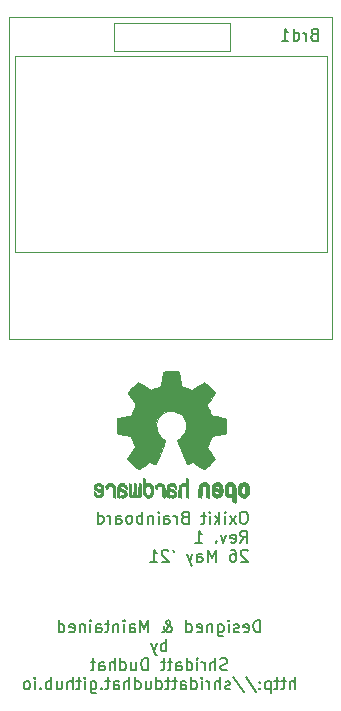
<source format=gbr>
%TF.GenerationSoftware,KiCad,Pcbnew,(5.99.0-10406-ge27733587d)*%
%TF.CreationDate,2021-05-26T11:48:17+05:30*%
%TF.ProjectId,OxiKit-Brainboard_v1,4f78694b-6974-42d4-9272-61696e626f61,rev?*%
%TF.SameCoordinates,Original*%
%TF.FileFunction,Legend,Bot*%
%TF.FilePolarity,Positive*%
%FSLAX46Y46*%
G04 Gerber Fmt 4.6, Leading zero omitted, Abs format (unit mm)*
G04 Created by KiCad (PCBNEW (5.99.0-10406-ge27733587d)) date 2021-05-26 11:48:17*
%MOMM*%
%LPD*%
G01*
G04 APERTURE LIST*
%ADD10C,0.150000*%
%ADD11C,0.010000*%
%ADD12C,0.120000*%
G04 APERTURE END LIST*
D10*
X132023809Y-94537380D02*
X132023809Y-93537380D01*
X131785714Y-93537380D01*
X131642857Y-93585000D01*
X131547619Y-93680238D01*
X131500000Y-93775476D01*
X131452380Y-93965952D01*
X131452380Y-94108809D01*
X131500000Y-94299285D01*
X131547619Y-94394523D01*
X131642857Y-94489761D01*
X131785714Y-94537380D01*
X132023809Y-94537380D01*
X130642857Y-94489761D02*
X130738095Y-94537380D01*
X130928571Y-94537380D01*
X131023809Y-94489761D01*
X131071428Y-94394523D01*
X131071428Y-94013571D01*
X131023809Y-93918333D01*
X130928571Y-93870714D01*
X130738095Y-93870714D01*
X130642857Y-93918333D01*
X130595238Y-94013571D01*
X130595238Y-94108809D01*
X131071428Y-94204047D01*
X130214285Y-94489761D02*
X130119047Y-94537380D01*
X129928571Y-94537380D01*
X129833333Y-94489761D01*
X129785714Y-94394523D01*
X129785714Y-94346904D01*
X129833333Y-94251666D01*
X129928571Y-94204047D01*
X130071428Y-94204047D01*
X130166666Y-94156428D01*
X130214285Y-94061190D01*
X130214285Y-94013571D01*
X130166666Y-93918333D01*
X130071428Y-93870714D01*
X129928571Y-93870714D01*
X129833333Y-93918333D01*
X129357142Y-94537380D02*
X129357142Y-93870714D01*
X129357142Y-93537380D02*
X129404761Y-93585000D01*
X129357142Y-93632619D01*
X129309523Y-93585000D01*
X129357142Y-93537380D01*
X129357142Y-93632619D01*
X128452380Y-93870714D02*
X128452380Y-94680238D01*
X128500000Y-94775476D01*
X128547619Y-94823095D01*
X128642857Y-94870714D01*
X128785714Y-94870714D01*
X128880952Y-94823095D01*
X128452380Y-94489761D02*
X128547619Y-94537380D01*
X128738095Y-94537380D01*
X128833333Y-94489761D01*
X128880952Y-94442142D01*
X128928571Y-94346904D01*
X128928571Y-94061190D01*
X128880952Y-93965952D01*
X128833333Y-93918333D01*
X128738095Y-93870714D01*
X128547619Y-93870714D01*
X128452380Y-93918333D01*
X127976190Y-93870714D02*
X127976190Y-94537380D01*
X127976190Y-93965952D02*
X127928571Y-93918333D01*
X127833333Y-93870714D01*
X127690476Y-93870714D01*
X127595238Y-93918333D01*
X127547619Y-94013571D01*
X127547619Y-94537380D01*
X126690476Y-94489761D02*
X126785714Y-94537380D01*
X126976190Y-94537380D01*
X127071428Y-94489761D01*
X127119047Y-94394523D01*
X127119047Y-94013571D01*
X127071428Y-93918333D01*
X126976190Y-93870714D01*
X126785714Y-93870714D01*
X126690476Y-93918333D01*
X126642857Y-94013571D01*
X126642857Y-94108809D01*
X127119047Y-94204047D01*
X125785714Y-94537380D02*
X125785714Y-93537380D01*
X125785714Y-94489761D02*
X125880952Y-94537380D01*
X126071428Y-94537380D01*
X126166666Y-94489761D01*
X126214285Y-94442142D01*
X126261904Y-94346904D01*
X126261904Y-94061190D01*
X126214285Y-93965952D01*
X126166666Y-93918333D01*
X126071428Y-93870714D01*
X125880952Y-93870714D01*
X125785714Y-93918333D01*
X123738095Y-94537380D02*
X123785714Y-94537380D01*
X123880952Y-94489761D01*
X124023809Y-94346904D01*
X124261904Y-94061190D01*
X124357142Y-93918333D01*
X124404761Y-93775476D01*
X124404761Y-93680238D01*
X124357142Y-93585000D01*
X124261904Y-93537380D01*
X124214285Y-93537380D01*
X124119047Y-93585000D01*
X124071428Y-93680238D01*
X124071428Y-93727857D01*
X124119047Y-93823095D01*
X124166666Y-93870714D01*
X124452380Y-94061190D01*
X124500000Y-94108809D01*
X124547619Y-94204047D01*
X124547619Y-94346904D01*
X124500000Y-94442142D01*
X124452380Y-94489761D01*
X124357142Y-94537380D01*
X124214285Y-94537380D01*
X124119047Y-94489761D01*
X124071428Y-94442142D01*
X123928571Y-94251666D01*
X123880952Y-94108809D01*
X123880952Y-94013571D01*
X122547619Y-94537380D02*
X122547619Y-93537380D01*
X122214285Y-94251666D01*
X121880952Y-93537380D01*
X121880952Y-94537380D01*
X120976190Y-94537380D02*
X120976190Y-94013571D01*
X121023809Y-93918333D01*
X121119047Y-93870714D01*
X121309523Y-93870714D01*
X121404761Y-93918333D01*
X120976190Y-94489761D02*
X121071428Y-94537380D01*
X121309523Y-94537380D01*
X121404761Y-94489761D01*
X121452380Y-94394523D01*
X121452380Y-94299285D01*
X121404761Y-94204047D01*
X121309523Y-94156428D01*
X121071428Y-94156428D01*
X120976190Y-94108809D01*
X120500000Y-94537380D02*
X120500000Y-93870714D01*
X120500000Y-93537380D02*
X120547619Y-93585000D01*
X120500000Y-93632619D01*
X120452380Y-93585000D01*
X120500000Y-93537380D01*
X120500000Y-93632619D01*
X120023809Y-93870714D02*
X120023809Y-94537380D01*
X120023809Y-93965952D02*
X119976190Y-93918333D01*
X119880952Y-93870714D01*
X119738095Y-93870714D01*
X119642857Y-93918333D01*
X119595238Y-94013571D01*
X119595238Y-94537380D01*
X119261904Y-93870714D02*
X118880952Y-93870714D01*
X119119047Y-93537380D02*
X119119047Y-94394523D01*
X119071428Y-94489761D01*
X118976190Y-94537380D01*
X118880952Y-94537380D01*
X118119047Y-94537380D02*
X118119047Y-94013571D01*
X118166666Y-93918333D01*
X118261904Y-93870714D01*
X118452380Y-93870714D01*
X118547619Y-93918333D01*
X118119047Y-94489761D02*
X118214285Y-94537380D01*
X118452380Y-94537380D01*
X118547619Y-94489761D01*
X118595238Y-94394523D01*
X118595238Y-94299285D01*
X118547619Y-94204047D01*
X118452380Y-94156428D01*
X118214285Y-94156428D01*
X118119047Y-94108809D01*
X117642857Y-94537380D02*
X117642857Y-93870714D01*
X117642857Y-93537380D02*
X117690476Y-93585000D01*
X117642857Y-93632619D01*
X117595238Y-93585000D01*
X117642857Y-93537380D01*
X117642857Y-93632619D01*
X117166666Y-93870714D02*
X117166666Y-94537380D01*
X117166666Y-93965952D02*
X117119047Y-93918333D01*
X117023809Y-93870714D01*
X116880952Y-93870714D01*
X116785714Y-93918333D01*
X116738095Y-94013571D01*
X116738095Y-94537380D01*
X115880952Y-94489761D02*
X115976190Y-94537380D01*
X116166666Y-94537380D01*
X116261904Y-94489761D01*
X116309523Y-94394523D01*
X116309523Y-94013571D01*
X116261904Y-93918333D01*
X116166666Y-93870714D01*
X115976190Y-93870714D01*
X115880952Y-93918333D01*
X115833333Y-94013571D01*
X115833333Y-94108809D01*
X116309523Y-94204047D01*
X114976190Y-94537380D02*
X114976190Y-93537380D01*
X114976190Y-94489761D02*
X115071428Y-94537380D01*
X115261904Y-94537380D01*
X115357142Y-94489761D01*
X115404761Y-94442142D01*
X115452380Y-94346904D01*
X115452380Y-94061190D01*
X115404761Y-93965952D01*
X115357142Y-93918333D01*
X115261904Y-93870714D01*
X115071428Y-93870714D01*
X114976190Y-93918333D01*
X124095238Y-96147380D02*
X124095238Y-95147380D01*
X124095238Y-95528333D02*
X124000000Y-95480714D01*
X123809523Y-95480714D01*
X123714285Y-95528333D01*
X123666666Y-95575952D01*
X123619047Y-95671190D01*
X123619047Y-95956904D01*
X123666666Y-96052142D01*
X123714285Y-96099761D01*
X123809523Y-96147380D01*
X124000000Y-96147380D01*
X124095238Y-96099761D01*
X123285714Y-95480714D02*
X123047619Y-96147380D01*
X122809523Y-95480714D02*
X123047619Y-96147380D01*
X123142857Y-96385476D01*
X123190476Y-96433095D01*
X123285714Y-96480714D01*
X129238095Y-97709761D02*
X129095238Y-97757380D01*
X128857142Y-97757380D01*
X128761904Y-97709761D01*
X128714285Y-97662142D01*
X128666666Y-97566904D01*
X128666666Y-97471666D01*
X128714285Y-97376428D01*
X128761904Y-97328809D01*
X128857142Y-97281190D01*
X129047619Y-97233571D01*
X129142857Y-97185952D01*
X129190476Y-97138333D01*
X129238095Y-97043095D01*
X129238095Y-96947857D01*
X129190476Y-96852619D01*
X129142857Y-96805000D01*
X129047619Y-96757380D01*
X128809523Y-96757380D01*
X128666666Y-96805000D01*
X128238095Y-97757380D02*
X128238095Y-96757380D01*
X127809523Y-97757380D02*
X127809523Y-97233571D01*
X127857142Y-97138333D01*
X127952380Y-97090714D01*
X128095238Y-97090714D01*
X128190476Y-97138333D01*
X128238095Y-97185952D01*
X127333333Y-97757380D02*
X127333333Y-97090714D01*
X127333333Y-97281190D02*
X127285714Y-97185952D01*
X127238095Y-97138333D01*
X127142857Y-97090714D01*
X127047619Y-97090714D01*
X126714285Y-97757380D02*
X126714285Y-97090714D01*
X126714285Y-96757380D02*
X126761904Y-96805000D01*
X126714285Y-96852619D01*
X126666666Y-96805000D01*
X126714285Y-96757380D01*
X126714285Y-96852619D01*
X125809523Y-97757380D02*
X125809523Y-96757380D01*
X125809523Y-97709761D02*
X125904761Y-97757380D01*
X126095238Y-97757380D01*
X126190476Y-97709761D01*
X126238095Y-97662142D01*
X126285714Y-97566904D01*
X126285714Y-97281190D01*
X126238095Y-97185952D01*
X126190476Y-97138333D01*
X126095238Y-97090714D01*
X125904761Y-97090714D01*
X125809523Y-97138333D01*
X124904761Y-97757380D02*
X124904761Y-97233571D01*
X124952380Y-97138333D01*
X125047619Y-97090714D01*
X125238095Y-97090714D01*
X125333333Y-97138333D01*
X124904761Y-97709761D02*
X125000000Y-97757380D01*
X125238095Y-97757380D01*
X125333333Y-97709761D01*
X125380952Y-97614523D01*
X125380952Y-97519285D01*
X125333333Y-97424047D01*
X125238095Y-97376428D01*
X125000000Y-97376428D01*
X124904761Y-97328809D01*
X124571428Y-97090714D02*
X124190476Y-97090714D01*
X124428571Y-96757380D02*
X124428571Y-97614523D01*
X124380952Y-97709761D01*
X124285714Y-97757380D01*
X124190476Y-97757380D01*
X124000000Y-97090714D02*
X123619047Y-97090714D01*
X123857142Y-96757380D02*
X123857142Y-97614523D01*
X123809523Y-97709761D01*
X123714285Y-97757380D01*
X123619047Y-97757380D01*
X122523809Y-97757380D02*
X122523809Y-96757380D01*
X122285714Y-96757380D01*
X122142857Y-96805000D01*
X122047619Y-96900238D01*
X122000000Y-96995476D01*
X121952380Y-97185952D01*
X121952380Y-97328809D01*
X122000000Y-97519285D01*
X122047619Y-97614523D01*
X122142857Y-97709761D01*
X122285714Y-97757380D01*
X122523809Y-97757380D01*
X121095238Y-97090714D02*
X121095238Y-97757380D01*
X121523809Y-97090714D02*
X121523809Y-97614523D01*
X121476190Y-97709761D01*
X121380952Y-97757380D01*
X121238095Y-97757380D01*
X121142857Y-97709761D01*
X121095238Y-97662142D01*
X120190476Y-97757380D02*
X120190476Y-96757380D01*
X120190476Y-97709761D02*
X120285714Y-97757380D01*
X120476190Y-97757380D01*
X120571428Y-97709761D01*
X120619047Y-97662142D01*
X120666666Y-97566904D01*
X120666666Y-97281190D01*
X120619047Y-97185952D01*
X120571428Y-97138333D01*
X120476190Y-97090714D01*
X120285714Y-97090714D01*
X120190476Y-97138333D01*
X119714285Y-97757380D02*
X119714285Y-96757380D01*
X119285714Y-97757380D02*
X119285714Y-97233571D01*
X119333333Y-97138333D01*
X119428571Y-97090714D01*
X119571428Y-97090714D01*
X119666666Y-97138333D01*
X119714285Y-97185952D01*
X118380952Y-97757380D02*
X118380952Y-97233571D01*
X118428571Y-97138333D01*
X118523809Y-97090714D01*
X118714285Y-97090714D01*
X118809523Y-97138333D01*
X118380952Y-97709761D02*
X118476190Y-97757380D01*
X118714285Y-97757380D01*
X118809523Y-97709761D01*
X118857142Y-97614523D01*
X118857142Y-97519285D01*
X118809523Y-97424047D01*
X118714285Y-97376428D01*
X118476190Y-97376428D01*
X118380952Y-97328809D01*
X118047619Y-97090714D02*
X117666666Y-97090714D01*
X117904761Y-96757380D02*
X117904761Y-97614523D01*
X117857142Y-97709761D01*
X117761904Y-97757380D01*
X117666666Y-97757380D01*
X134952380Y-99367380D02*
X134952380Y-98367380D01*
X134523809Y-99367380D02*
X134523809Y-98843571D01*
X134571428Y-98748333D01*
X134666666Y-98700714D01*
X134809523Y-98700714D01*
X134904761Y-98748333D01*
X134952380Y-98795952D01*
X134190476Y-98700714D02*
X133809523Y-98700714D01*
X134047619Y-98367380D02*
X134047619Y-99224523D01*
X134000000Y-99319761D01*
X133904761Y-99367380D01*
X133809523Y-99367380D01*
X133619047Y-98700714D02*
X133238095Y-98700714D01*
X133476190Y-98367380D02*
X133476190Y-99224523D01*
X133428571Y-99319761D01*
X133333333Y-99367380D01*
X133238095Y-99367380D01*
X132904761Y-98700714D02*
X132904761Y-99700714D01*
X132904761Y-98748333D02*
X132809523Y-98700714D01*
X132619047Y-98700714D01*
X132523809Y-98748333D01*
X132476190Y-98795952D01*
X132428571Y-98891190D01*
X132428571Y-99176904D01*
X132476190Y-99272142D01*
X132523809Y-99319761D01*
X132619047Y-99367380D01*
X132809523Y-99367380D01*
X132904761Y-99319761D01*
X132000000Y-99272142D02*
X131952380Y-99319761D01*
X132000000Y-99367380D01*
X132047619Y-99319761D01*
X132000000Y-99272142D01*
X132000000Y-99367380D01*
X132000000Y-98748333D02*
X131952380Y-98795952D01*
X132000000Y-98843571D01*
X132047619Y-98795952D01*
X132000000Y-98748333D01*
X132000000Y-98843571D01*
X130809523Y-98319761D02*
X131666666Y-99605476D01*
X129761904Y-98319761D02*
X130619047Y-99605476D01*
X129476190Y-99319761D02*
X129380952Y-99367380D01*
X129190476Y-99367380D01*
X129095238Y-99319761D01*
X129047619Y-99224523D01*
X129047619Y-99176904D01*
X129095238Y-99081666D01*
X129190476Y-99034047D01*
X129333333Y-99034047D01*
X129428571Y-98986428D01*
X129476190Y-98891190D01*
X129476190Y-98843571D01*
X129428571Y-98748333D01*
X129333333Y-98700714D01*
X129190476Y-98700714D01*
X129095238Y-98748333D01*
X128619047Y-99367380D02*
X128619047Y-98367380D01*
X128190476Y-99367380D02*
X128190476Y-98843571D01*
X128238095Y-98748333D01*
X128333333Y-98700714D01*
X128476190Y-98700714D01*
X128571428Y-98748333D01*
X128619047Y-98795952D01*
X127714285Y-99367380D02*
X127714285Y-98700714D01*
X127714285Y-98891190D02*
X127666666Y-98795952D01*
X127619047Y-98748333D01*
X127523809Y-98700714D01*
X127428571Y-98700714D01*
X127095238Y-99367380D02*
X127095238Y-98700714D01*
X127095238Y-98367380D02*
X127142857Y-98415000D01*
X127095238Y-98462619D01*
X127047619Y-98415000D01*
X127095238Y-98367380D01*
X127095238Y-98462619D01*
X126190476Y-99367380D02*
X126190476Y-98367380D01*
X126190476Y-99319761D02*
X126285714Y-99367380D01*
X126476190Y-99367380D01*
X126571428Y-99319761D01*
X126619047Y-99272142D01*
X126666666Y-99176904D01*
X126666666Y-98891190D01*
X126619047Y-98795952D01*
X126571428Y-98748333D01*
X126476190Y-98700714D01*
X126285714Y-98700714D01*
X126190476Y-98748333D01*
X125285714Y-99367380D02*
X125285714Y-98843571D01*
X125333333Y-98748333D01*
X125428571Y-98700714D01*
X125619047Y-98700714D01*
X125714285Y-98748333D01*
X125285714Y-99319761D02*
X125380952Y-99367380D01*
X125619047Y-99367380D01*
X125714285Y-99319761D01*
X125761904Y-99224523D01*
X125761904Y-99129285D01*
X125714285Y-99034047D01*
X125619047Y-98986428D01*
X125380952Y-98986428D01*
X125285714Y-98938809D01*
X124952380Y-98700714D02*
X124571428Y-98700714D01*
X124809523Y-98367380D02*
X124809523Y-99224523D01*
X124761904Y-99319761D01*
X124666666Y-99367380D01*
X124571428Y-99367380D01*
X124380952Y-98700714D02*
X124000000Y-98700714D01*
X124238095Y-98367380D02*
X124238095Y-99224523D01*
X124190476Y-99319761D01*
X124095238Y-99367380D01*
X124000000Y-99367380D01*
X123238095Y-99367380D02*
X123238095Y-98367380D01*
X123238095Y-99319761D02*
X123333333Y-99367380D01*
X123523809Y-99367380D01*
X123619047Y-99319761D01*
X123666666Y-99272142D01*
X123714285Y-99176904D01*
X123714285Y-98891190D01*
X123666666Y-98795952D01*
X123619047Y-98748333D01*
X123523809Y-98700714D01*
X123333333Y-98700714D01*
X123238095Y-98748333D01*
X122333333Y-98700714D02*
X122333333Y-99367380D01*
X122761904Y-98700714D02*
X122761904Y-99224523D01*
X122714285Y-99319761D01*
X122619047Y-99367380D01*
X122476190Y-99367380D01*
X122380952Y-99319761D01*
X122333333Y-99272142D01*
X121428571Y-99367380D02*
X121428571Y-98367380D01*
X121428571Y-99319761D02*
X121523809Y-99367380D01*
X121714285Y-99367380D01*
X121809523Y-99319761D01*
X121857142Y-99272142D01*
X121904761Y-99176904D01*
X121904761Y-98891190D01*
X121857142Y-98795952D01*
X121809523Y-98748333D01*
X121714285Y-98700714D01*
X121523809Y-98700714D01*
X121428571Y-98748333D01*
X120952380Y-99367380D02*
X120952380Y-98367380D01*
X120523809Y-99367380D02*
X120523809Y-98843571D01*
X120571428Y-98748333D01*
X120666666Y-98700714D01*
X120809523Y-98700714D01*
X120904761Y-98748333D01*
X120952380Y-98795952D01*
X119619047Y-99367380D02*
X119619047Y-98843571D01*
X119666666Y-98748333D01*
X119761904Y-98700714D01*
X119952380Y-98700714D01*
X120047619Y-98748333D01*
X119619047Y-99319761D02*
X119714285Y-99367380D01*
X119952380Y-99367380D01*
X120047619Y-99319761D01*
X120095238Y-99224523D01*
X120095238Y-99129285D01*
X120047619Y-99034047D01*
X119952380Y-98986428D01*
X119714285Y-98986428D01*
X119619047Y-98938809D01*
X119285714Y-98700714D02*
X118904761Y-98700714D01*
X119142857Y-98367380D02*
X119142857Y-99224523D01*
X119095238Y-99319761D01*
X119000000Y-99367380D01*
X118904761Y-99367380D01*
X118571428Y-99272142D02*
X118523809Y-99319761D01*
X118571428Y-99367380D01*
X118619047Y-99319761D01*
X118571428Y-99272142D01*
X118571428Y-99367380D01*
X117666666Y-98700714D02*
X117666666Y-99510238D01*
X117714285Y-99605476D01*
X117761904Y-99653095D01*
X117857142Y-99700714D01*
X118000000Y-99700714D01*
X118095238Y-99653095D01*
X117666666Y-99319761D02*
X117761904Y-99367380D01*
X117952380Y-99367380D01*
X118047619Y-99319761D01*
X118095238Y-99272142D01*
X118142857Y-99176904D01*
X118142857Y-98891190D01*
X118095238Y-98795952D01*
X118047619Y-98748333D01*
X117952380Y-98700714D01*
X117761904Y-98700714D01*
X117666666Y-98748333D01*
X117190476Y-99367380D02*
X117190476Y-98700714D01*
X117190476Y-98367380D02*
X117238095Y-98415000D01*
X117190476Y-98462619D01*
X117142857Y-98415000D01*
X117190476Y-98367380D01*
X117190476Y-98462619D01*
X116857142Y-98700714D02*
X116476190Y-98700714D01*
X116714285Y-98367380D02*
X116714285Y-99224523D01*
X116666666Y-99319761D01*
X116571428Y-99367380D01*
X116476190Y-99367380D01*
X116142857Y-99367380D02*
X116142857Y-98367380D01*
X115714285Y-99367380D02*
X115714285Y-98843571D01*
X115761904Y-98748333D01*
X115857142Y-98700714D01*
X116000000Y-98700714D01*
X116095238Y-98748333D01*
X116142857Y-98795952D01*
X114809523Y-98700714D02*
X114809523Y-99367380D01*
X115238095Y-98700714D02*
X115238095Y-99224523D01*
X115190476Y-99319761D01*
X115095238Y-99367380D01*
X114952380Y-99367380D01*
X114857142Y-99319761D01*
X114809523Y-99272142D01*
X114333333Y-99367380D02*
X114333333Y-98367380D01*
X114333333Y-98748333D02*
X114238095Y-98700714D01*
X114047619Y-98700714D01*
X113952380Y-98748333D01*
X113904761Y-98795952D01*
X113857142Y-98891190D01*
X113857142Y-99176904D01*
X113904761Y-99272142D01*
X113952380Y-99319761D01*
X114047619Y-99367380D01*
X114238095Y-99367380D01*
X114333333Y-99319761D01*
X113428571Y-99272142D02*
X113380952Y-99319761D01*
X113428571Y-99367380D01*
X113476190Y-99319761D01*
X113428571Y-99272142D01*
X113428571Y-99367380D01*
X112952380Y-99367380D02*
X112952380Y-98700714D01*
X112952380Y-98367380D02*
X113000000Y-98415000D01*
X112952380Y-98462619D01*
X112904761Y-98415000D01*
X112952380Y-98367380D01*
X112952380Y-98462619D01*
X112333333Y-99367380D02*
X112428571Y-99319761D01*
X112476190Y-99272142D01*
X112523809Y-99176904D01*
X112523809Y-98891190D01*
X112476190Y-98795952D01*
X112428571Y-98748333D01*
X112333333Y-98700714D01*
X112190476Y-98700714D01*
X112095238Y-98748333D01*
X112047619Y-98795952D01*
X112000000Y-98891190D01*
X112000000Y-99176904D01*
X112047619Y-99272142D01*
X112095238Y-99319761D01*
X112190476Y-99367380D01*
X112333333Y-99367380D01*
X130723928Y-84342380D02*
X130533452Y-84342380D01*
X130438214Y-84390000D01*
X130342976Y-84485238D01*
X130295357Y-84675714D01*
X130295357Y-85009047D01*
X130342976Y-85199523D01*
X130438214Y-85294761D01*
X130533452Y-85342380D01*
X130723928Y-85342380D01*
X130819166Y-85294761D01*
X130914404Y-85199523D01*
X130962023Y-85009047D01*
X130962023Y-84675714D01*
X130914404Y-84485238D01*
X130819166Y-84390000D01*
X130723928Y-84342380D01*
X129962023Y-85342380D02*
X129438214Y-84675714D01*
X129962023Y-84675714D02*
X129438214Y-85342380D01*
X129057261Y-85342380D02*
X129057261Y-84675714D01*
X129057261Y-84342380D02*
X129104880Y-84390000D01*
X129057261Y-84437619D01*
X129009642Y-84390000D01*
X129057261Y-84342380D01*
X129057261Y-84437619D01*
X128581071Y-85342380D02*
X128581071Y-84342380D01*
X128485833Y-84961428D02*
X128200119Y-85342380D01*
X128200119Y-84675714D02*
X128581071Y-85056666D01*
X127771547Y-85342380D02*
X127771547Y-84675714D01*
X127771547Y-84342380D02*
X127819166Y-84390000D01*
X127771547Y-84437619D01*
X127723928Y-84390000D01*
X127771547Y-84342380D01*
X127771547Y-84437619D01*
X127438214Y-84675714D02*
X127057261Y-84675714D01*
X127295357Y-84342380D02*
X127295357Y-85199523D01*
X127247738Y-85294761D01*
X127152500Y-85342380D01*
X127057261Y-85342380D01*
X125628690Y-84818571D02*
X125485833Y-84866190D01*
X125438214Y-84913809D01*
X125390595Y-85009047D01*
X125390595Y-85151904D01*
X125438214Y-85247142D01*
X125485833Y-85294761D01*
X125581071Y-85342380D01*
X125962023Y-85342380D01*
X125962023Y-84342380D01*
X125628690Y-84342380D01*
X125533452Y-84390000D01*
X125485833Y-84437619D01*
X125438214Y-84532857D01*
X125438214Y-84628095D01*
X125485833Y-84723333D01*
X125533452Y-84770952D01*
X125628690Y-84818571D01*
X125962023Y-84818571D01*
X124962023Y-85342380D02*
X124962023Y-84675714D01*
X124962023Y-84866190D02*
X124914404Y-84770952D01*
X124866785Y-84723333D01*
X124771547Y-84675714D01*
X124676309Y-84675714D01*
X123914404Y-85342380D02*
X123914404Y-84818571D01*
X123962023Y-84723333D01*
X124057261Y-84675714D01*
X124247738Y-84675714D01*
X124342976Y-84723333D01*
X123914404Y-85294761D02*
X124009642Y-85342380D01*
X124247738Y-85342380D01*
X124342976Y-85294761D01*
X124390595Y-85199523D01*
X124390595Y-85104285D01*
X124342976Y-85009047D01*
X124247738Y-84961428D01*
X124009642Y-84961428D01*
X123914404Y-84913809D01*
X123438214Y-85342380D02*
X123438214Y-84675714D01*
X123438214Y-84342380D02*
X123485833Y-84390000D01*
X123438214Y-84437619D01*
X123390595Y-84390000D01*
X123438214Y-84342380D01*
X123438214Y-84437619D01*
X122962023Y-84675714D02*
X122962023Y-85342380D01*
X122962023Y-84770952D02*
X122914404Y-84723333D01*
X122819166Y-84675714D01*
X122676309Y-84675714D01*
X122581071Y-84723333D01*
X122533452Y-84818571D01*
X122533452Y-85342380D01*
X122057261Y-85342380D02*
X122057261Y-84342380D01*
X122057261Y-84723333D02*
X121962023Y-84675714D01*
X121771547Y-84675714D01*
X121676309Y-84723333D01*
X121628690Y-84770952D01*
X121581071Y-84866190D01*
X121581071Y-85151904D01*
X121628690Y-85247142D01*
X121676309Y-85294761D01*
X121771547Y-85342380D01*
X121962023Y-85342380D01*
X122057261Y-85294761D01*
X121009642Y-85342380D02*
X121104880Y-85294761D01*
X121152500Y-85247142D01*
X121200119Y-85151904D01*
X121200119Y-84866190D01*
X121152500Y-84770952D01*
X121104880Y-84723333D01*
X121009642Y-84675714D01*
X120866785Y-84675714D01*
X120771547Y-84723333D01*
X120723928Y-84770952D01*
X120676309Y-84866190D01*
X120676309Y-85151904D01*
X120723928Y-85247142D01*
X120771547Y-85294761D01*
X120866785Y-85342380D01*
X121009642Y-85342380D01*
X119819166Y-85342380D02*
X119819166Y-84818571D01*
X119866785Y-84723333D01*
X119962023Y-84675714D01*
X120152500Y-84675714D01*
X120247738Y-84723333D01*
X119819166Y-85294761D02*
X119914404Y-85342380D01*
X120152500Y-85342380D01*
X120247738Y-85294761D01*
X120295357Y-85199523D01*
X120295357Y-85104285D01*
X120247738Y-85009047D01*
X120152500Y-84961428D01*
X119914404Y-84961428D01*
X119819166Y-84913809D01*
X119342976Y-85342380D02*
X119342976Y-84675714D01*
X119342976Y-84866190D02*
X119295357Y-84770952D01*
X119247738Y-84723333D01*
X119152500Y-84675714D01*
X119057261Y-84675714D01*
X118295357Y-85342380D02*
X118295357Y-84342380D01*
X118295357Y-85294761D02*
X118390595Y-85342380D01*
X118581071Y-85342380D01*
X118676309Y-85294761D01*
X118723928Y-85247142D01*
X118771547Y-85151904D01*
X118771547Y-84866190D01*
X118723928Y-84770952D01*
X118676309Y-84723333D01*
X118581071Y-84675714D01*
X118390595Y-84675714D01*
X118295357Y-84723333D01*
X130342976Y-86952380D02*
X130676309Y-86476190D01*
X130914404Y-86952380D02*
X130914404Y-85952380D01*
X130533452Y-85952380D01*
X130438214Y-86000000D01*
X130390595Y-86047619D01*
X130342976Y-86142857D01*
X130342976Y-86285714D01*
X130390595Y-86380952D01*
X130438214Y-86428571D01*
X130533452Y-86476190D01*
X130914404Y-86476190D01*
X129533452Y-86904761D02*
X129628690Y-86952380D01*
X129819166Y-86952380D01*
X129914404Y-86904761D01*
X129962023Y-86809523D01*
X129962023Y-86428571D01*
X129914404Y-86333333D01*
X129819166Y-86285714D01*
X129628690Y-86285714D01*
X129533452Y-86333333D01*
X129485833Y-86428571D01*
X129485833Y-86523809D01*
X129962023Y-86619047D01*
X129152500Y-86285714D02*
X128914404Y-86952380D01*
X128676309Y-86285714D01*
X128295357Y-86857142D02*
X128247738Y-86904761D01*
X128295357Y-86952380D01*
X128342976Y-86904761D01*
X128295357Y-86857142D01*
X128295357Y-86952380D01*
X126533452Y-86952380D02*
X127104880Y-86952380D01*
X126819166Y-86952380D02*
X126819166Y-85952380D01*
X126914404Y-86095238D01*
X127009642Y-86190476D01*
X127104880Y-86238095D01*
X130962023Y-87657619D02*
X130914404Y-87610000D01*
X130819166Y-87562380D01*
X130581071Y-87562380D01*
X130485833Y-87610000D01*
X130438214Y-87657619D01*
X130390595Y-87752857D01*
X130390595Y-87848095D01*
X130438214Y-87990952D01*
X131009642Y-88562380D01*
X130390595Y-88562380D01*
X129533452Y-87562380D02*
X129723928Y-87562380D01*
X129819166Y-87610000D01*
X129866785Y-87657619D01*
X129962023Y-87800476D01*
X130009642Y-87990952D01*
X130009642Y-88371904D01*
X129962023Y-88467142D01*
X129914404Y-88514761D01*
X129819166Y-88562380D01*
X129628690Y-88562380D01*
X129533452Y-88514761D01*
X129485833Y-88467142D01*
X129438214Y-88371904D01*
X129438214Y-88133809D01*
X129485833Y-88038571D01*
X129533452Y-87990952D01*
X129628690Y-87943333D01*
X129819166Y-87943333D01*
X129914404Y-87990952D01*
X129962023Y-88038571D01*
X130009642Y-88133809D01*
X128247738Y-88562380D02*
X128247738Y-87562380D01*
X127914404Y-88276666D01*
X127581071Y-87562380D01*
X127581071Y-88562380D01*
X126676309Y-88562380D02*
X126676309Y-88038571D01*
X126723928Y-87943333D01*
X126819166Y-87895714D01*
X127009642Y-87895714D01*
X127104880Y-87943333D01*
X126676309Y-88514761D02*
X126771547Y-88562380D01*
X127009642Y-88562380D01*
X127104880Y-88514761D01*
X127152500Y-88419523D01*
X127152500Y-88324285D01*
X127104880Y-88229047D01*
X127009642Y-88181428D01*
X126771547Y-88181428D01*
X126676309Y-88133809D01*
X126295357Y-87895714D02*
X126057261Y-88562380D01*
X125819166Y-87895714D02*
X126057261Y-88562380D01*
X126152500Y-88800476D01*
X126200119Y-88848095D01*
X126295357Y-88895714D01*
X124628690Y-87562380D02*
X124723928Y-87752857D01*
X124247738Y-87657619D02*
X124200119Y-87610000D01*
X124104880Y-87562380D01*
X123866785Y-87562380D01*
X123771547Y-87610000D01*
X123723928Y-87657619D01*
X123676309Y-87752857D01*
X123676309Y-87848095D01*
X123723928Y-87990952D01*
X124295357Y-88562380D01*
X123676309Y-88562380D01*
X122723928Y-88562380D02*
X123295357Y-88562380D01*
X123009642Y-88562380D02*
X123009642Y-87562380D01*
X123104880Y-87705238D01*
X123200119Y-87800476D01*
X123295357Y-87848095D01*
%TO.C,Brd1*%
X136566666Y-43928571D02*
X136423809Y-43976190D01*
X136376190Y-44023809D01*
X136328571Y-44119047D01*
X136328571Y-44261904D01*
X136376190Y-44357142D01*
X136423809Y-44404761D01*
X136519047Y-44452380D01*
X136900000Y-44452380D01*
X136900000Y-43452380D01*
X136566666Y-43452380D01*
X136471428Y-43500000D01*
X136423809Y-43547619D01*
X136376190Y-43642857D01*
X136376190Y-43738095D01*
X136423809Y-43833333D01*
X136471428Y-43880952D01*
X136566666Y-43928571D01*
X136900000Y-43928571D01*
X135900000Y-44452380D02*
X135900000Y-43785714D01*
X135900000Y-43976190D02*
X135852380Y-43880952D01*
X135804761Y-43833333D01*
X135709523Y-43785714D01*
X135614285Y-43785714D01*
X134852380Y-44452380D02*
X134852380Y-43452380D01*
X134852380Y-44404761D02*
X134947619Y-44452380D01*
X135138095Y-44452380D01*
X135233333Y-44404761D01*
X135280952Y-44357142D01*
X135328571Y-44261904D01*
X135328571Y-43976190D01*
X135280952Y-43880952D01*
X135233333Y-43833333D01*
X135138095Y-43785714D01*
X134947619Y-43785714D01*
X134852380Y-43833333D01*
X133852380Y-44452380D02*
X134423809Y-44452380D01*
X134138095Y-44452380D02*
X134138095Y-43452380D01*
X134233333Y-43595238D01*
X134328571Y-43690476D01*
X134423809Y-43738095D01*
D11*
%TO.C,REF\u002A\u002A*%
X127082571Y-81877719D02*
X126988877Y-81931914D01*
X126988877Y-81931914D02*
X126923736Y-81985707D01*
X126923736Y-81985707D02*
X126876093Y-82042066D01*
X126876093Y-82042066D02*
X126843272Y-82110987D01*
X126843272Y-82110987D02*
X126822594Y-82202468D01*
X126822594Y-82202468D02*
X126811380Y-82326506D01*
X126811380Y-82326506D02*
X126806951Y-82493098D01*
X126806951Y-82493098D02*
X126806437Y-82612851D01*
X126806437Y-82612851D02*
X126806437Y-83053659D01*
X126806437Y-83053659D02*
X126930517Y-83109283D01*
X126930517Y-83109283D02*
X127054598Y-83164907D01*
X127054598Y-83164907D02*
X127069195Y-82682095D01*
X127069195Y-82682095D02*
X127075227Y-82501779D01*
X127075227Y-82501779D02*
X127081555Y-82370901D01*
X127081555Y-82370901D02*
X127089394Y-82280511D01*
X127089394Y-82280511D02*
X127099963Y-82221664D01*
X127099963Y-82221664D02*
X127114477Y-82185413D01*
X127114477Y-82185413D02*
X127134152Y-82162810D01*
X127134152Y-82162810D02*
X127140465Y-82157917D01*
X127140465Y-82157917D02*
X127236112Y-82119706D01*
X127236112Y-82119706D02*
X127332793Y-82134827D01*
X127332793Y-82134827D02*
X127390345Y-82174943D01*
X127390345Y-82174943D02*
X127413755Y-82203370D01*
X127413755Y-82203370D02*
X127429961Y-82240672D01*
X127429961Y-82240672D02*
X127440259Y-82297223D01*
X127440259Y-82297223D02*
X127445951Y-82383394D01*
X127445951Y-82383394D02*
X127448336Y-82509558D01*
X127448336Y-82509558D02*
X127448736Y-82641042D01*
X127448736Y-82641042D02*
X127448814Y-82805999D01*
X127448814Y-82805999D02*
X127451639Y-82922761D01*
X127451639Y-82922761D02*
X127461093Y-83001510D01*
X127461093Y-83001510D02*
X127481060Y-83052431D01*
X127481060Y-83052431D02*
X127515424Y-83085706D01*
X127515424Y-83085706D02*
X127568068Y-83111520D01*
X127568068Y-83111520D02*
X127638383Y-83138344D01*
X127638383Y-83138344D02*
X127715180Y-83167542D01*
X127715180Y-83167542D02*
X127706038Y-82649346D01*
X127706038Y-82649346D02*
X127702357Y-82462539D01*
X127702357Y-82462539D02*
X127698050Y-82324490D01*
X127698050Y-82324490D02*
X127691877Y-82225568D01*
X127691877Y-82225568D02*
X127682598Y-82156145D01*
X127682598Y-82156145D02*
X127668973Y-82106590D01*
X127668973Y-82106590D02*
X127649761Y-82067273D01*
X127649761Y-82067273D02*
X127626598Y-82032584D01*
X127626598Y-82032584D02*
X127514848Y-81921770D01*
X127514848Y-81921770D02*
X127378487Y-81857689D01*
X127378487Y-81857689D02*
X127230175Y-81842339D01*
X127230175Y-81842339D02*
X127082571Y-81877719D01*
X127082571Y-81877719D02*
X127082571Y-81877719D01*
G36*
X127378487Y-81857689D02*
G01*
X127514848Y-81921770D01*
X127626598Y-82032584D01*
X127649761Y-82067273D01*
X127668973Y-82106590D01*
X127682598Y-82156145D01*
X127691877Y-82225568D01*
X127698050Y-82324490D01*
X127702357Y-82462539D01*
X127706038Y-82649346D01*
X127715180Y-83167542D01*
X127638383Y-83138344D01*
X127568068Y-83111520D01*
X127515424Y-83085706D01*
X127481060Y-83052431D01*
X127461093Y-83001510D01*
X127451639Y-82922761D01*
X127448814Y-82805999D01*
X127448736Y-82641042D01*
X127448336Y-82509558D01*
X127445951Y-82383394D01*
X127440259Y-82297223D01*
X127429961Y-82240672D01*
X127413755Y-82203370D01*
X127390345Y-82174943D01*
X127332793Y-82134827D01*
X127236112Y-82119706D01*
X127140465Y-82157917D01*
X127134152Y-82162810D01*
X127114477Y-82185413D01*
X127099963Y-82221664D01*
X127089394Y-82280511D01*
X127081555Y-82370901D01*
X127075227Y-82501779D01*
X127069195Y-82682095D01*
X127054598Y-83164907D01*
X126930517Y-83109283D01*
X126806437Y-83053659D01*
X126806437Y-82612851D01*
X126806951Y-82493098D01*
X126811380Y-82326506D01*
X126822594Y-82202468D01*
X126843272Y-82110987D01*
X126876093Y-82042066D01*
X126923736Y-81985707D01*
X126988877Y-81931914D01*
X127082571Y-81877719D01*
X127230175Y-81842339D01*
X127378487Y-81857689D01*
G37*
X127378487Y-81857689D02*
X127514848Y-81921770D01*
X127626598Y-82032584D01*
X127649761Y-82067273D01*
X127668973Y-82106590D01*
X127682598Y-82156145D01*
X127691877Y-82225568D01*
X127698050Y-82324490D01*
X127702357Y-82462539D01*
X127706038Y-82649346D01*
X127715180Y-83167542D01*
X127638383Y-83138344D01*
X127568068Y-83111520D01*
X127515424Y-83085706D01*
X127481060Y-83052431D01*
X127461093Y-83001510D01*
X127451639Y-82922761D01*
X127448814Y-82805999D01*
X127448736Y-82641042D01*
X127448336Y-82509558D01*
X127445951Y-82383394D01*
X127440259Y-82297223D01*
X127429961Y-82240672D01*
X127413755Y-82203370D01*
X127390345Y-82174943D01*
X127332793Y-82134827D01*
X127236112Y-82119706D01*
X127140465Y-82157917D01*
X127134152Y-82162810D01*
X127114477Y-82185413D01*
X127099963Y-82221664D01*
X127089394Y-82280511D01*
X127081555Y-82370901D01*
X127075227Y-82501779D01*
X127069195Y-82682095D01*
X127054598Y-83164907D01*
X126930517Y-83109283D01*
X126806437Y-83053659D01*
X126806437Y-82612851D01*
X126806951Y-82493098D01*
X126811380Y-82326506D01*
X126822594Y-82202468D01*
X126843272Y-82110987D01*
X126876093Y-82042066D01*
X126923736Y-81985707D01*
X126988877Y-81931914D01*
X127082571Y-81877719D01*
X127230175Y-81842339D01*
X127378487Y-81857689D01*
X119164310Y-81940018D02*
X119129415Y-81955269D01*
X119129415Y-81955269D02*
X119046123Y-82021235D01*
X119046123Y-82021235D02*
X118974897Y-82116618D01*
X118974897Y-82116618D02*
X118930847Y-82218406D01*
X118930847Y-82218406D02*
X118923678Y-82268587D01*
X118923678Y-82268587D02*
X118947715Y-82338647D01*
X118947715Y-82338647D02*
X119000439Y-82375717D01*
X119000439Y-82375717D02*
X119056969Y-82398164D01*
X119056969Y-82398164D02*
X119082854Y-82402300D01*
X119082854Y-82402300D02*
X119095458Y-82372283D01*
X119095458Y-82372283D02*
X119120346Y-82306961D01*
X119120346Y-82306961D02*
X119131265Y-82277445D01*
X119131265Y-82277445D02*
X119192492Y-82175348D01*
X119192492Y-82175348D02*
X119281139Y-82124423D01*
X119281139Y-82124423D02*
X119394807Y-82125989D01*
X119394807Y-82125989D02*
X119403226Y-82127994D01*
X119403226Y-82127994D02*
X119463912Y-82156767D01*
X119463912Y-82156767D02*
X119508526Y-82212859D01*
X119508526Y-82212859D02*
X119538998Y-82303163D01*
X119538998Y-82303163D02*
X119557256Y-82434571D01*
X119557256Y-82434571D02*
X119565229Y-82613974D01*
X119565229Y-82613974D02*
X119565977Y-82709433D01*
X119565977Y-82709433D02*
X119566348Y-82859913D01*
X119566348Y-82859913D02*
X119568777Y-82962495D01*
X119568777Y-82962495D02*
X119575240Y-83027672D01*
X119575240Y-83027672D02*
X119587712Y-83065938D01*
X119587712Y-83065938D02*
X119608167Y-83087785D01*
X119608167Y-83087785D02*
X119638581Y-83103707D01*
X119638581Y-83103707D02*
X119640339Y-83104509D01*
X119640339Y-83104509D02*
X119698909Y-83129272D01*
X119698909Y-83129272D02*
X119727925Y-83138391D01*
X119727925Y-83138391D02*
X119732384Y-83110822D01*
X119732384Y-83110822D02*
X119736201Y-83034620D01*
X119736201Y-83034620D02*
X119739101Y-82919541D01*
X119739101Y-82919541D02*
X119740809Y-82775341D01*
X119740809Y-82775341D02*
X119741149Y-82669814D01*
X119741149Y-82669814D02*
X119739412Y-82465613D01*
X119739412Y-82465613D02*
X119732618Y-82310697D01*
X119732618Y-82310697D02*
X119718393Y-82196024D01*
X119718393Y-82196024D02*
X119694362Y-82112551D01*
X119694362Y-82112551D02*
X119658152Y-82051236D01*
X119658152Y-82051236D02*
X119607388Y-82003034D01*
X119607388Y-82003034D02*
X119557261Y-81969393D01*
X119557261Y-81969393D02*
X119436725Y-81924619D01*
X119436725Y-81924619D02*
X119296443Y-81914521D01*
X119296443Y-81914521D02*
X119164310Y-81940018D01*
X119164310Y-81940018D02*
X119164310Y-81940018D01*
G36*
X119436725Y-81924619D02*
G01*
X119557261Y-81969393D01*
X119607388Y-82003034D01*
X119658152Y-82051236D01*
X119694362Y-82112551D01*
X119718393Y-82196024D01*
X119732618Y-82310697D01*
X119739412Y-82465613D01*
X119741149Y-82669814D01*
X119740809Y-82775341D01*
X119739101Y-82919541D01*
X119736201Y-83034620D01*
X119732384Y-83110822D01*
X119727925Y-83138391D01*
X119698909Y-83129272D01*
X119640339Y-83104509D01*
X119638581Y-83103707D01*
X119608167Y-83087785D01*
X119587712Y-83065938D01*
X119575240Y-83027672D01*
X119568777Y-82962495D01*
X119566348Y-82859913D01*
X119565977Y-82709433D01*
X119565229Y-82613974D01*
X119557256Y-82434571D01*
X119538998Y-82303163D01*
X119508526Y-82212859D01*
X119463912Y-82156767D01*
X119403226Y-82127994D01*
X119394807Y-82125989D01*
X119281139Y-82124423D01*
X119192492Y-82175348D01*
X119131265Y-82277445D01*
X119120346Y-82306961D01*
X119095458Y-82372283D01*
X119082854Y-82402300D01*
X119056969Y-82398164D01*
X119000439Y-82375717D01*
X118947715Y-82338647D01*
X118923678Y-82268587D01*
X118930847Y-82218406D01*
X118974897Y-82116618D01*
X119046123Y-82021235D01*
X119129415Y-81955269D01*
X119164310Y-81940018D01*
X119296443Y-81914521D01*
X119436725Y-81924619D01*
G37*
X119436725Y-81924619D02*
X119557261Y-81969393D01*
X119607388Y-82003034D01*
X119658152Y-82051236D01*
X119694362Y-82112551D01*
X119718393Y-82196024D01*
X119732618Y-82310697D01*
X119739412Y-82465613D01*
X119741149Y-82669814D01*
X119740809Y-82775341D01*
X119739101Y-82919541D01*
X119736201Y-83034620D01*
X119732384Y-83110822D01*
X119727925Y-83138391D01*
X119698909Y-83129272D01*
X119640339Y-83104509D01*
X119638581Y-83103707D01*
X119608167Y-83087785D01*
X119587712Y-83065938D01*
X119575240Y-83027672D01*
X119568777Y-82962495D01*
X119566348Y-82859913D01*
X119565977Y-82709433D01*
X119565229Y-82613974D01*
X119557256Y-82434571D01*
X119538998Y-82303163D01*
X119508526Y-82212859D01*
X119463912Y-82156767D01*
X119403226Y-82127994D01*
X119394807Y-82125989D01*
X119281139Y-82124423D01*
X119192492Y-82175348D01*
X119131265Y-82277445D01*
X119120346Y-82306961D01*
X119095458Y-82372283D01*
X119082854Y-82402300D01*
X119056969Y-82398164D01*
X119000439Y-82375717D01*
X118947715Y-82338647D01*
X118923678Y-82268587D01*
X118930847Y-82218406D01*
X118974897Y-82116618D01*
X119046123Y-82021235D01*
X119129415Y-81955269D01*
X119164310Y-81940018D01*
X119296443Y-81914521D01*
X119436725Y-81924619D01*
X129328100Y-81861903D02*
X129216550Y-81917522D01*
X129216550Y-81917522D02*
X129118092Y-82019931D01*
X129118092Y-82019931D02*
X129090977Y-82057864D01*
X129090977Y-82057864D02*
X129061438Y-82107500D01*
X129061438Y-82107500D02*
X129042272Y-82161412D01*
X129042272Y-82161412D02*
X129031307Y-82233364D01*
X129031307Y-82233364D02*
X129026371Y-82337122D01*
X129026371Y-82337122D02*
X129025287Y-82474101D01*
X129025287Y-82474101D02*
X129030182Y-82661815D01*
X129030182Y-82661815D02*
X129047196Y-82802758D01*
X129047196Y-82802758D02*
X129079823Y-82907908D01*
X129079823Y-82907908D02*
X129131558Y-82988243D01*
X129131558Y-82988243D02*
X129205896Y-83054741D01*
X129205896Y-83054741D02*
X129211358Y-83058678D01*
X129211358Y-83058678D02*
X129284620Y-83098953D01*
X129284620Y-83098953D02*
X129372840Y-83118880D01*
X129372840Y-83118880D02*
X129485038Y-83123793D01*
X129485038Y-83123793D02*
X129667433Y-83123793D01*
X129667433Y-83123793D02*
X129667509Y-83300857D01*
X129667509Y-83300857D02*
X129669207Y-83399470D01*
X129669207Y-83399470D02*
X129679550Y-83457314D01*
X129679550Y-83457314D02*
X129706578Y-83492006D01*
X129706578Y-83492006D02*
X129758332Y-83521164D01*
X129758332Y-83521164D02*
X129770761Y-83527121D01*
X129770761Y-83527121D02*
X129828923Y-83555039D01*
X129828923Y-83555039D02*
X129873956Y-83572672D01*
X129873956Y-83572672D02*
X129907441Y-83574194D01*
X129907441Y-83574194D02*
X129930962Y-83553781D01*
X129930962Y-83553781D02*
X129946100Y-83505607D01*
X129946100Y-83505607D02*
X129954437Y-83423846D01*
X129954437Y-83423846D02*
X129957556Y-83302672D01*
X129957556Y-83302672D02*
X129957040Y-83136260D01*
X129957040Y-83136260D02*
X129954471Y-82918785D01*
X129954471Y-82918785D02*
X129953668Y-82853736D01*
X129953668Y-82853736D02*
X129950778Y-82629502D01*
X129950778Y-82629502D02*
X129948188Y-82482821D01*
X129948188Y-82482821D02*
X129667586Y-82482821D01*
X129667586Y-82482821D02*
X129666009Y-82607326D01*
X129666009Y-82607326D02*
X129659000Y-82688787D01*
X129659000Y-82688787D02*
X129643142Y-82742515D01*
X129643142Y-82742515D02*
X129615019Y-82783823D01*
X129615019Y-82783823D02*
X129595925Y-82803971D01*
X129595925Y-82803971D02*
X129517865Y-82862921D01*
X129517865Y-82862921D02*
X129448753Y-82867720D01*
X129448753Y-82867720D02*
X129377440Y-82819038D01*
X129377440Y-82819038D02*
X129375632Y-82817241D01*
X129375632Y-82817241D02*
X129346617Y-82779618D01*
X129346617Y-82779618D02*
X129328967Y-82728484D01*
X129328967Y-82728484D02*
X129320064Y-82649738D01*
X129320064Y-82649738D02*
X129317291Y-82529276D01*
X129317291Y-82529276D02*
X129317241Y-82502588D01*
X129317241Y-82502588D02*
X129323942Y-82336583D01*
X129323942Y-82336583D02*
X129345752Y-82221505D01*
X129345752Y-82221505D02*
X129385235Y-82151254D01*
X129385235Y-82151254D02*
X129444956Y-82119729D01*
X129444956Y-82119729D02*
X129479472Y-82116552D01*
X129479472Y-82116552D02*
X129561389Y-82131460D01*
X129561389Y-82131460D02*
X129617579Y-82180548D01*
X129617579Y-82180548D02*
X129651402Y-82270362D01*
X129651402Y-82270362D02*
X129666220Y-82407445D01*
X129666220Y-82407445D02*
X129667586Y-82482821D01*
X129667586Y-82482821D02*
X129948188Y-82482821D01*
X129948188Y-82482821D02*
X129947713Y-82455952D01*
X129947713Y-82455952D02*
X129943753Y-82325382D01*
X129943753Y-82325382D02*
X129938174Y-82230087D01*
X129938174Y-82230087D02*
X129930254Y-82162364D01*
X129930254Y-82162364D02*
X129919269Y-82114507D01*
X129919269Y-82114507D02*
X129904499Y-82078813D01*
X129904499Y-82078813D02*
X129885218Y-82047578D01*
X129885218Y-82047578D02*
X129876951Y-82035824D01*
X129876951Y-82035824D02*
X129767288Y-81924797D01*
X129767288Y-81924797D02*
X129628635Y-81861847D01*
X129628635Y-81861847D02*
X129468246Y-81844297D01*
X129468246Y-81844297D02*
X129328100Y-81861903D01*
X129328100Y-81861903D02*
X129328100Y-81861903D01*
G36*
X129953668Y-82853736D02*
G01*
X129954471Y-82918785D01*
X129957040Y-83136260D01*
X129957556Y-83302672D01*
X129954437Y-83423846D01*
X129946100Y-83505607D01*
X129930962Y-83553781D01*
X129907441Y-83574194D01*
X129873956Y-83572672D01*
X129828923Y-83555039D01*
X129770761Y-83527121D01*
X129758332Y-83521164D01*
X129706578Y-83492006D01*
X129679550Y-83457314D01*
X129669207Y-83399470D01*
X129667509Y-83300857D01*
X129667433Y-83123793D01*
X129485038Y-83123793D01*
X129372840Y-83118880D01*
X129284620Y-83098953D01*
X129211358Y-83058678D01*
X129205896Y-83054741D01*
X129131558Y-82988243D01*
X129079823Y-82907908D01*
X129047196Y-82802758D01*
X129030182Y-82661815D01*
X129026030Y-82502588D01*
X129317241Y-82502588D01*
X129317291Y-82529276D01*
X129320064Y-82649738D01*
X129328967Y-82728484D01*
X129346617Y-82779618D01*
X129375632Y-82817241D01*
X129377440Y-82819038D01*
X129448753Y-82867720D01*
X129517865Y-82862921D01*
X129595925Y-82803971D01*
X129615019Y-82783823D01*
X129643142Y-82742515D01*
X129659000Y-82688787D01*
X129666009Y-82607326D01*
X129667586Y-82482821D01*
X129666220Y-82407445D01*
X129651402Y-82270362D01*
X129617579Y-82180548D01*
X129561389Y-82131460D01*
X129479472Y-82116552D01*
X129444956Y-82119729D01*
X129385235Y-82151254D01*
X129345752Y-82221505D01*
X129323942Y-82336583D01*
X129317241Y-82502588D01*
X129026030Y-82502588D01*
X129025287Y-82474101D01*
X129026371Y-82337122D01*
X129031307Y-82233364D01*
X129042272Y-82161412D01*
X129061438Y-82107500D01*
X129090977Y-82057864D01*
X129118092Y-82019931D01*
X129216550Y-81917522D01*
X129328100Y-81861903D01*
X129468246Y-81844297D01*
X129628635Y-81861847D01*
X129767288Y-81924797D01*
X129876951Y-82035824D01*
X129885218Y-82047578D01*
X129904499Y-82078813D01*
X129919269Y-82114507D01*
X129930254Y-82162364D01*
X129938174Y-82230087D01*
X129943753Y-82325382D01*
X129947713Y-82455952D01*
X129948188Y-82482821D01*
X129950778Y-82629502D01*
X129953668Y-82853736D01*
G37*
X129953668Y-82853736D02*
X129954471Y-82918785D01*
X129957040Y-83136260D01*
X129957556Y-83302672D01*
X129954437Y-83423846D01*
X129946100Y-83505607D01*
X129930962Y-83553781D01*
X129907441Y-83574194D01*
X129873956Y-83572672D01*
X129828923Y-83555039D01*
X129770761Y-83527121D01*
X129758332Y-83521164D01*
X129706578Y-83492006D01*
X129679550Y-83457314D01*
X129669207Y-83399470D01*
X129667509Y-83300857D01*
X129667433Y-83123793D01*
X129485038Y-83123793D01*
X129372840Y-83118880D01*
X129284620Y-83098953D01*
X129211358Y-83058678D01*
X129205896Y-83054741D01*
X129131558Y-82988243D01*
X129079823Y-82907908D01*
X129047196Y-82802758D01*
X129030182Y-82661815D01*
X129026030Y-82502588D01*
X129317241Y-82502588D01*
X129317291Y-82529276D01*
X129320064Y-82649738D01*
X129328967Y-82728484D01*
X129346617Y-82779618D01*
X129375632Y-82817241D01*
X129377440Y-82819038D01*
X129448753Y-82867720D01*
X129517865Y-82862921D01*
X129595925Y-82803971D01*
X129615019Y-82783823D01*
X129643142Y-82742515D01*
X129659000Y-82688787D01*
X129666009Y-82607326D01*
X129667586Y-82482821D01*
X129666220Y-82407445D01*
X129651402Y-82270362D01*
X129617579Y-82180548D01*
X129561389Y-82131460D01*
X129479472Y-82116552D01*
X129444956Y-82119729D01*
X129385235Y-82151254D01*
X129345752Y-82221505D01*
X129323942Y-82336583D01*
X129317241Y-82502588D01*
X129026030Y-82502588D01*
X129025287Y-82474101D01*
X129026371Y-82337122D01*
X129031307Y-82233364D01*
X129042272Y-82161412D01*
X129061438Y-82107500D01*
X129090977Y-82057864D01*
X129118092Y-82019931D01*
X129216550Y-81917522D01*
X129328100Y-81861903D01*
X129468246Y-81844297D01*
X129628635Y-81861847D01*
X129767288Y-81924797D01*
X129876951Y-82035824D01*
X129885218Y-82047578D01*
X129904499Y-82078813D01*
X129919269Y-82114507D01*
X129930254Y-82162364D01*
X129938174Y-82230087D01*
X129943753Y-82325382D01*
X129947713Y-82455952D01*
X129948188Y-82482821D01*
X129950778Y-82629502D01*
X129953668Y-82853736D01*
X118156561Y-81956540D02*
X118041050Y-82032034D01*
X118041050Y-82032034D02*
X117985336Y-82099617D01*
X117985336Y-82099617D02*
X117941196Y-82222255D01*
X117941196Y-82222255D02*
X117937691Y-82319298D01*
X117937691Y-82319298D02*
X117945632Y-82449056D01*
X117945632Y-82449056D02*
X118244885Y-82580039D01*
X118244885Y-82580039D02*
X118390389Y-82646958D01*
X118390389Y-82646958D02*
X118485463Y-82700790D01*
X118485463Y-82700790D02*
X118534899Y-82747416D01*
X118534899Y-82747416D02*
X118543489Y-82792720D01*
X118543489Y-82792720D02*
X118516028Y-82842582D01*
X118516028Y-82842582D02*
X118485747Y-82875632D01*
X118485747Y-82875632D02*
X118397637Y-82928633D01*
X118397637Y-82928633D02*
X118301804Y-82932347D01*
X118301804Y-82932347D02*
X118213788Y-82891041D01*
X118213788Y-82891041D02*
X118149131Y-82808983D01*
X118149131Y-82808983D02*
X118137567Y-82780008D01*
X118137567Y-82780008D02*
X118082175Y-82689509D01*
X118082175Y-82689509D02*
X118018447Y-82650940D01*
X118018447Y-82650940D02*
X117931034Y-82617946D01*
X117931034Y-82617946D02*
X117931034Y-82743034D01*
X117931034Y-82743034D02*
X117938762Y-82828156D01*
X117938762Y-82828156D02*
X117969034Y-82899938D01*
X117969034Y-82899938D02*
X118032482Y-82982356D01*
X118032482Y-82982356D02*
X118041912Y-82993066D01*
X118041912Y-82993066D02*
X118112487Y-83066391D01*
X118112487Y-83066391D02*
X118173153Y-83105742D01*
X118173153Y-83105742D02*
X118249050Y-83123845D01*
X118249050Y-83123845D02*
X118311970Y-83129774D01*
X118311970Y-83129774D02*
X118424513Y-83131251D01*
X118424513Y-83131251D02*
X118504630Y-83112535D01*
X118504630Y-83112535D02*
X118554610Y-83084747D01*
X118554610Y-83084747D02*
X118633162Y-83023641D01*
X118633162Y-83023641D02*
X118687537Y-82957554D01*
X118687537Y-82957554D02*
X118721948Y-82874441D01*
X118721948Y-82874441D02*
X118740612Y-82762254D01*
X118740612Y-82762254D02*
X118747744Y-82608946D01*
X118747744Y-82608946D02*
X118748313Y-82531136D01*
X118748313Y-82531136D02*
X118746378Y-82437853D01*
X118746378Y-82437853D02*
X118570101Y-82437853D01*
X118570101Y-82437853D02*
X118568056Y-82487896D01*
X118568056Y-82487896D02*
X118562961Y-82496092D01*
X118562961Y-82496092D02*
X118529334Y-82484958D01*
X118529334Y-82484958D02*
X118456970Y-82455493D01*
X118456970Y-82455493D02*
X118360253Y-82413601D01*
X118360253Y-82413601D02*
X118340027Y-82404597D01*
X118340027Y-82404597D02*
X118217797Y-82342442D01*
X118217797Y-82342442D02*
X118150453Y-82287815D01*
X118150453Y-82287815D02*
X118135652Y-82236649D01*
X118135652Y-82236649D02*
X118171053Y-82184876D01*
X118171053Y-82184876D02*
X118200289Y-82162000D01*
X118200289Y-82162000D02*
X118305784Y-82116250D01*
X118305784Y-82116250D02*
X118404524Y-82123808D01*
X118404524Y-82123808D02*
X118487188Y-82179651D01*
X118487188Y-82179651D02*
X118544452Y-82278753D01*
X118544452Y-82278753D02*
X118562812Y-82357414D01*
X118562812Y-82357414D02*
X118570101Y-82437853D01*
X118570101Y-82437853D02*
X118746378Y-82437853D01*
X118746378Y-82437853D02*
X118744541Y-82349351D01*
X118744541Y-82349351D02*
X118730641Y-82214853D01*
X118730641Y-82214853D02*
X118703106Y-82116916D01*
X118703106Y-82116916D02*
X118658428Y-82044811D01*
X118658428Y-82044811D02*
X118593099Y-81987813D01*
X118593099Y-81987813D02*
X118564617Y-81969393D01*
X118564617Y-81969393D02*
X118435237Y-81921422D01*
X118435237Y-81921422D02*
X118293588Y-81918403D01*
X118293588Y-81918403D02*
X118156561Y-81956540D01*
X118156561Y-81956540D02*
X118156561Y-81956540D01*
G36*
X118747744Y-82608946D02*
G01*
X118740612Y-82762254D01*
X118721948Y-82874441D01*
X118687537Y-82957554D01*
X118633162Y-83023641D01*
X118554610Y-83084747D01*
X118504630Y-83112535D01*
X118424513Y-83131251D01*
X118311970Y-83129774D01*
X118249050Y-83123845D01*
X118173153Y-83105742D01*
X118112487Y-83066391D01*
X118041912Y-82993066D01*
X118032482Y-82982356D01*
X117969034Y-82899938D01*
X117938762Y-82828156D01*
X117931034Y-82743034D01*
X117931034Y-82617946D01*
X118018447Y-82650940D01*
X118082175Y-82689509D01*
X118137567Y-82780008D01*
X118149131Y-82808983D01*
X118213788Y-82891041D01*
X118301804Y-82932347D01*
X118397637Y-82928633D01*
X118485747Y-82875632D01*
X118516028Y-82842582D01*
X118543489Y-82792720D01*
X118534899Y-82747416D01*
X118485463Y-82700790D01*
X118390389Y-82646958D01*
X118244885Y-82580039D01*
X117945632Y-82449056D01*
X117937691Y-82319298D01*
X117940676Y-82236649D01*
X118135652Y-82236649D01*
X118150453Y-82287815D01*
X118217797Y-82342442D01*
X118340027Y-82404597D01*
X118360253Y-82413601D01*
X118456970Y-82455493D01*
X118529334Y-82484958D01*
X118562961Y-82496092D01*
X118568056Y-82487896D01*
X118570101Y-82437853D01*
X118562812Y-82357414D01*
X118544452Y-82278753D01*
X118487188Y-82179651D01*
X118404524Y-82123808D01*
X118305784Y-82116250D01*
X118200289Y-82162000D01*
X118171053Y-82184876D01*
X118135652Y-82236649D01*
X117940676Y-82236649D01*
X117941196Y-82222255D01*
X117985336Y-82099617D01*
X118041050Y-82032034D01*
X118156561Y-81956540D01*
X118293588Y-81918403D01*
X118435237Y-81921422D01*
X118564617Y-81969393D01*
X118593099Y-81987813D01*
X118658428Y-82044811D01*
X118703106Y-82116916D01*
X118730641Y-82214853D01*
X118744541Y-82349351D01*
X118746378Y-82437853D01*
X118748313Y-82531136D01*
X118747744Y-82608946D01*
G37*
X118747744Y-82608946D02*
X118740612Y-82762254D01*
X118721948Y-82874441D01*
X118687537Y-82957554D01*
X118633162Y-83023641D01*
X118554610Y-83084747D01*
X118504630Y-83112535D01*
X118424513Y-83131251D01*
X118311970Y-83129774D01*
X118249050Y-83123845D01*
X118173153Y-83105742D01*
X118112487Y-83066391D01*
X118041912Y-82993066D01*
X118032482Y-82982356D01*
X117969034Y-82899938D01*
X117938762Y-82828156D01*
X117931034Y-82743034D01*
X117931034Y-82617946D01*
X118018447Y-82650940D01*
X118082175Y-82689509D01*
X118137567Y-82780008D01*
X118149131Y-82808983D01*
X118213788Y-82891041D01*
X118301804Y-82932347D01*
X118397637Y-82928633D01*
X118485747Y-82875632D01*
X118516028Y-82842582D01*
X118543489Y-82792720D01*
X118534899Y-82747416D01*
X118485463Y-82700790D01*
X118390389Y-82646958D01*
X118244885Y-82580039D01*
X117945632Y-82449056D01*
X117937691Y-82319298D01*
X117940676Y-82236649D01*
X118135652Y-82236649D01*
X118150453Y-82287815D01*
X118217797Y-82342442D01*
X118340027Y-82404597D01*
X118360253Y-82413601D01*
X118456970Y-82455493D01*
X118529334Y-82484958D01*
X118562961Y-82496092D01*
X118568056Y-82487896D01*
X118570101Y-82437853D01*
X118562812Y-82357414D01*
X118544452Y-82278753D01*
X118487188Y-82179651D01*
X118404524Y-82123808D01*
X118305784Y-82116250D01*
X118200289Y-82162000D01*
X118171053Y-82184876D01*
X118135652Y-82236649D01*
X117940676Y-82236649D01*
X117941196Y-82222255D01*
X117985336Y-82099617D01*
X118041050Y-82032034D01*
X118156561Y-81956540D01*
X118293588Y-81918403D01*
X118435237Y-81921422D01*
X118564617Y-81969393D01*
X118593099Y-81987813D01*
X118658428Y-82044811D01*
X118703106Y-82116916D01*
X118730641Y-82214853D01*
X118744541Y-82349351D01*
X118746378Y-82437853D01*
X118748313Y-82531136D01*
X118747744Y-82608946D01*
X130451779Y-81866015D02*
X130314939Y-81937968D01*
X130314939Y-81937968D02*
X130213949Y-82053766D01*
X130213949Y-82053766D02*
X130178075Y-82128213D01*
X130178075Y-82128213D02*
X130150161Y-82239992D01*
X130150161Y-82239992D02*
X130135871Y-82381227D01*
X130135871Y-82381227D02*
X130134516Y-82535371D01*
X130134516Y-82535371D02*
X130145405Y-82685879D01*
X130145405Y-82685879D02*
X130167847Y-82816205D01*
X130167847Y-82816205D02*
X130201150Y-82909803D01*
X130201150Y-82909803D02*
X130211385Y-82925922D01*
X130211385Y-82925922D02*
X130332618Y-83046249D01*
X130332618Y-83046249D02*
X130476613Y-83118317D01*
X130476613Y-83118317D02*
X130632861Y-83139408D01*
X130632861Y-83139408D02*
X130790852Y-83106802D01*
X130790852Y-83106802D02*
X130834820Y-83087253D01*
X130834820Y-83087253D02*
X130920444Y-83027012D01*
X130920444Y-83027012D02*
X130995592Y-82947135D01*
X130995592Y-82947135D02*
X131002694Y-82937004D01*
X131002694Y-82937004D02*
X131031561Y-82888181D01*
X131031561Y-82888181D02*
X131050643Y-82835990D01*
X131050643Y-82835990D02*
X131061916Y-82767285D01*
X131061916Y-82767285D02*
X131067355Y-82668918D01*
X131067355Y-82668918D02*
X131068938Y-82527744D01*
X131068938Y-82527744D02*
X131068965Y-82496092D01*
X131068965Y-82496092D02*
X131068893Y-82486019D01*
X131068893Y-82486019D02*
X130777011Y-82486019D01*
X130777011Y-82486019D02*
X130775313Y-82619256D01*
X130775313Y-82619256D02*
X130768628Y-82707674D01*
X130768628Y-82707674D02*
X130754575Y-82764785D01*
X130754575Y-82764785D02*
X130730771Y-82804102D01*
X130730771Y-82804102D02*
X130718621Y-82817241D01*
X130718621Y-82817241D02*
X130648764Y-82867172D01*
X130648764Y-82867172D02*
X130580941Y-82864895D01*
X130580941Y-82864895D02*
X130512365Y-82821584D01*
X130512365Y-82821584D02*
X130471465Y-82775346D01*
X130471465Y-82775346D02*
X130447242Y-82707857D01*
X130447242Y-82707857D02*
X130433639Y-82601433D01*
X130433639Y-82601433D02*
X130432706Y-82589020D01*
X130432706Y-82589020D02*
X130430384Y-82396147D01*
X130430384Y-82396147D02*
X130454650Y-82252900D01*
X130454650Y-82252900D02*
X130505176Y-82160160D01*
X130505176Y-82160160D02*
X130581632Y-82118807D01*
X130581632Y-82118807D02*
X130608924Y-82116552D01*
X130608924Y-82116552D02*
X130680589Y-82127893D01*
X130680589Y-82127893D02*
X130729610Y-82167184D01*
X130729610Y-82167184D02*
X130759582Y-82242326D01*
X130759582Y-82242326D02*
X130774101Y-82361222D01*
X130774101Y-82361222D02*
X130777011Y-82486019D01*
X130777011Y-82486019D02*
X131068893Y-82486019D01*
X131068893Y-82486019D02*
X131067878Y-82345659D01*
X131067878Y-82345659D02*
X131063312Y-82240549D01*
X131063312Y-82240549D02*
X131053312Y-82167714D01*
X131053312Y-82167714D02*
X131035921Y-82114108D01*
X131035921Y-82114108D02*
X131009184Y-82066681D01*
X131009184Y-82066681D02*
X131003276Y-82057864D01*
X131003276Y-82057864D02*
X130903968Y-81939007D01*
X130903968Y-81939007D02*
X130795758Y-81870008D01*
X130795758Y-81870008D02*
X130664019Y-81842619D01*
X130664019Y-81842619D02*
X130619283Y-81841281D01*
X130619283Y-81841281D02*
X130451779Y-81866015D01*
X130451779Y-81866015D02*
X130451779Y-81866015D01*
G36*
X131068938Y-82527744D02*
G01*
X131067355Y-82668918D01*
X131061916Y-82767285D01*
X131050643Y-82835990D01*
X131031561Y-82888181D01*
X131002694Y-82937004D01*
X130995592Y-82947135D01*
X130920444Y-83027012D01*
X130834820Y-83087253D01*
X130790852Y-83106802D01*
X130632861Y-83139408D01*
X130476613Y-83118317D01*
X130332618Y-83046249D01*
X130211385Y-82925922D01*
X130201150Y-82909803D01*
X130167847Y-82816205D01*
X130145405Y-82685879D01*
X130134516Y-82535371D01*
X130135740Y-82396147D01*
X130430384Y-82396147D01*
X130432706Y-82589020D01*
X130433639Y-82601433D01*
X130447242Y-82707857D01*
X130471465Y-82775346D01*
X130512365Y-82821584D01*
X130580941Y-82864895D01*
X130648764Y-82867172D01*
X130718621Y-82817241D01*
X130730771Y-82804102D01*
X130754575Y-82764785D01*
X130768628Y-82707674D01*
X130775313Y-82619256D01*
X130777011Y-82486019D01*
X130774101Y-82361222D01*
X130759582Y-82242326D01*
X130729610Y-82167184D01*
X130680589Y-82127893D01*
X130608924Y-82116552D01*
X130581632Y-82118807D01*
X130505176Y-82160160D01*
X130454650Y-82252900D01*
X130430384Y-82396147D01*
X130135740Y-82396147D01*
X130135871Y-82381227D01*
X130150161Y-82239992D01*
X130178075Y-82128213D01*
X130213949Y-82053766D01*
X130314939Y-81937968D01*
X130451779Y-81866015D01*
X130619283Y-81841281D01*
X130664019Y-81842619D01*
X130795758Y-81870008D01*
X130903968Y-81939007D01*
X131003276Y-82057864D01*
X131009184Y-82066681D01*
X131035921Y-82114108D01*
X131053312Y-82167714D01*
X131063312Y-82240549D01*
X131067878Y-82345659D01*
X131068893Y-82486019D01*
X131068965Y-82496092D01*
X131068938Y-82527744D01*
G37*
X131068938Y-82527744D02*
X131067355Y-82668918D01*
X131061916Y-82767285D01*
X131050643Y-82835990D01*
X131031561Y-82888181D01*
X131002694Y-82937004D01*
X130995592Y-82947135D01*
X130920444Y-83027012D01*
X130834820Y-83087253D01*
X130790852Y-83106802D01*
X130632861Y-83139408D01*
X130476613Y-83118317D01*
X130332618Y-83046249D01*
X130211385Y-82925922D01*
X130201150Y-82909803D01*
X130167847Y-82816205D01*
X130145405Y-82685879D01*
X130134516Y-82535371D01*
X130135740Y-82396147D01*
X130430384Y-82396147D01*
X130432706Y-82589020D01*
X130433639Y-82601433D01*
X130447242Y-82707857D01*
X130471465Y-82775346D01*
X130512365Y-82821584D01*
X130580941Y-82864895D01*
X130648764Y-82867172D01*
X130718621Y-82817241D01*
X130730771Y-82804102D01*
X130754575Y-82764785D01*
X130768628Y-82707674D01*
X130775313Y-82619256D01*
X130777011Y-82486019D01*
X130774101Y-82361222D01*
X130759582Y-82242326D01*
X130729610Y-82167184D01*
X130680589Y-82127893D01*
X130608924Y-82116552D01*
X130581632Y-82118807D01*
X130505176Y-82160160D01*
X130454650Y-82252900D01*
X130430384Y-82396147D01*
X130135740Y-82396147D01*
X130135871Y-82381227D01*
X130150161Y-82239992D01*
X130178075Y-82128213D01*
X130213949Y-82053766D01*
X130314939Y-81937968D01*
X130451779Y-81866015D01*
X130619283Y-81841281D01*
X130664019Y-81842619D01*
X130795758Y-81870008D01*
X130903968Y-81939007D01*
X131003276Y-82057864D01*
X131009184Y-82066681D01*
X131035921Y-82114108D01*
X131053312Y-82167714D01*
X131063312Y-82240549D01*
X131067878Y-82345659D01*
X131068893Y-82486019D01*
X131068965Y-82496092D01*
X131068938Y-82527744D01*
X120185594Y-81935156D02*
X120101531Y-81973393D01*
X120101531Y-81973393D02*
X120035550Y-82019726D01*
X120035550Y-82019726D02*
X119987206Y-82071532D01*
X119987206Y-82071532D02*
X119953828Y-82138363D01*
X119953828Y-82138363D02*
X119932747Y-82229769D01*
X119932747Y-82229769D02*
X119921293Y-82355301D01*
X119921293Y-82355301D02*
X119916797Y-82524508D01*
X119916797Y-82524508D02*
X119916322Y-82635933D01*
X119916322Y-82635933D02*
X119916322Y-83070627D01*
X119916322Y-83070627D02*
X119990684Y-83104509D01*
X119990684Y-83104509D02*
X120049254Y-83129272D01*
X120049254Y-83129272D02*
X120078270Y-83138391D01*
X120078270Y-83138391D02*
X120083821Y-83111257D01*
X120083821Y-83111257D02*
X120088225Y-83038094D01*
X120088225Y-83038094D02*
X120090922Y-82931263D01*
X120090922Y-82931263D02*
X120091494Y-82846437D01*
X120091494Y-82846437D02*
X120093954Y-82723887D01*
X120093954Y-82723887D02*
X120100588Y-82626668D01*
X120100588Y-82626668D02*
X120110274Y-82567134D01*
X120110274Y-82567134D02*
X120117968Y-82554483D01*
X120117968Y-82554483D02*
X120169689Y-82567402D01*
X120169689Y-82567402D02*
X120250883Y-82600539D01*
X120250883Y-82600539D02*
X120344898Y-82645461D01*
X120344898Y-82645461D02*
X120435083Y-82693735D01*
X120435083Y-82693735D02*
X120504785Y-82736928D01*
X120504785Y-82736928D02*
X120537352Y-82766608D01*
X120537352Y-82766608D02*
X120537481Y-82766929D01*
X120537481Y-82766929D02*
X120534680Y-82821857D01*
X120534680Y-82821857D02*
X120509561Y-82874292D01*
X120509561Y-82874292D02*
X120465459Y-82916881D01*
X120465459Y-82916881D02*
X120401091Y-82931126D01*
X120401091Y-82931126D02*
X120346079Y-82929466D01*
X120346079Y-82929466D02*
X120268165Y-82928245D01*
X120268165Y-82928245D02*
X120227268Y-82946498D01*
X120227268Y-82946498D02*
X120202705Y-82994726D01*
X120202705Y-82994726D02*
X120199608Y-83003820D01*
X120199608Y-83003820D02*
X120188960Y-83072598D01*
X120188960Y-83072598D02*
X120217435Y-83114360D01*
X120217435Y-83114360D02*
X120291656Y-83134263D01*
X120291656Y-83134263D02*
X120371832Y-83137944D01*
X120371832Y-83137944D02*
X120516110Y-83110658D01*
X120516110Y-83110658D02*
X120590797Y-83071690D01*
X120590797Y-83071690D02*
X120683037Y-82980148D01*
X120683037Y-82980148D02*
X120731957Y-82867782D01*
X120731957Y-82867782D02*
X120736346Y-82749051D01*
X120736346Y-82749051D02*
X120694999Y-82638411D01*
X120694999Y-82638411D02*
X120632803Y-82569080D01*
X120632803Y-82569080D02*
X120570706Y-82530265D01*
X120570706Y-82530265D02*
X120473105Y-82481125D01*
X120473105Y-82481125D02*
X120359368Y-82431292D01*
X120359368Y-82431292D02*
X120340410Y-82423677D01*
X120340410Y-82423677D02*
X120215479Y-82368545D01*
X120215479Y-82368545D02*
X120143461Y-82319954D01*
X120143461Y-82319954D02*
X120120300Y-82271647D01*
X120120300Y-82271647D02*
X120141936Y-82217370D01*
X120141936Y-82217370D02*
X120179080Y-82174943D01*
X120179080Y-82174943D02*
X120266873Y-82122702D01*
X120266873Y-82122702D02*
X120363470Y-82118784D01*
X120363470Y-82118784D02*
X120452056Y-82159041D01*
X120452056Y-82159041D02*
X120515814Y-82239326D01*
X120515814Y-82239326D02*
X120524183Y-82260040D01*
X120524183Y-82260040D02*
X120572904Y-82336225D01*
X120572904Y-82336225D02*
X120644035Y-82392785D01*
X120644035Y-82392785D02*
X120733793Y-82439201D01*
X120733793Y-82439201D02*
X120733793Y-82307584D01*
X120733793Y-82307584D02*
X120728510Y-82227168D01*
X120728510Y-82227168D02*
X120705858Y-82163786D01*
X120705858Y-82163786D02*
X120655633Y-82096163D01*
X120655633Y-82096163D02*
X120607418Y-82044076D01*
X120607418Y-82044076D02*
X120532446Y-81970322D01*
X120532446Y-81970322D02*
X120474194Y-81930702D01*
X120474194Y-81930702D02*
X120411628Y-81914810D01*
X120411628Y-81914810D02*
X120340807Y-81912184D01*
X120340807Y-81912184D02*
X120185594Y-81935156D01*
X120185594Y-81935156D02*
X120185594Y-81935156D01*
G36*
X120411628Y-81914810D02*
G01*
X120474194Y-81930702D01*
X120532446Y-81970322D01*
X120607418Y-82044076D01*
X120655633Y-82096163D01*
X120705858Y-82163786D01*
X120728510Y-82227168D01*
X120733793Y-82307584D01*
X120733793Y-82439201D01*
X120644035Y-82392785D01*
X120572904Y-82336225D01*
X120524183Y-82260040D01*
X120515814Y-82239326D01*
X120452056Y-82159041D01*
X120363470Y-82118784D01*
X120266873Y-82122702D01*
X120179080Y-82174943D01*
X120141936Y-82217370D01*
X120120300Y-82271647D01*
X120143461Y-82319954D01*
X120215479Y-82368545D01*
X120340410Y-82423677D01*
X120359368Y-82431292D01*
X120473105Y-82481125D01*
X120570706Y-82530265D01*
X120632803Y-82569080D01*
X120694999Y-82638411D01*
X120736346Y-82749051D01*
X120731957Y-82867782D01*
X120683037Y-82980148D01*
X120590797Y-83071690D01*
X120516110Y-83110658D01*
X120371832Y-83137944D01*
X120291656Y-83134263D01*
X120217435Y-83114360D01*
X120188960Y-83072598D01*
X120199608Y-83003820D01*
X120202705Y-82994726D01*
X120227268Y-82946498D01*
X120268165Y-82928245D01*
X120346079Y-82929466D01*
X120401091Y-82931126D01*
X120465459Y-82916881D01*
X120509561Y-82874292D01*
X120534680Y-82821857D01*
X120537481Y-82766929D01*
X120537352Y-82766608D01*
X120504785Y-82736928D01*
X120435083Y-82693735D01*
X120344898Y-82645461D01*
X120250883Y-82600539D01*
X120169689Y-82567402D01*
X120117968Y-82554483D01*
X120110274Y-82567134D01*
X120100588Y-82626668D01*
X120093954Y-82723887D01*
X120091494Y-82846437D01*
X120090922Y-82931263D01*
X120088225Y-83038094D01*
X120083821Y-83111257D01*
X120078270Y-83138391D01*
X120049254Y-83129272D01*
X119990684Y-83104509D01*
X119916322Y-83070627D01*
X119916322Y-82635933D01*
X119916797Y-82524508D01*
X119921293Y-82355301D01*
X119932747Y-82229769D01*
X119953828Y-82138363D01*
X119987206Y-82071532D01*
X120035550Y-82019726D01*
X120101531Y-81973393D01*
X120185594Y-81935156D01*
X120340807Y-81912184D01*
X120411628Y-81914810D01*
G37*
X120411628Y-81914810D02*
X120474194Y-81930702D01*
X120532446Y-81970322D01*
X120607418Y-82044076D01*
X120655633Y-82096163D01*
X120705858Y-82163786D01*
X120728510Y-82227168D01*
X120733793Y-82307584D01*
X120733793Y-82439201D01*
X120644035Y-82392785D01*
X120572904Y-82336225D01*
X120524183Y-82260040D01*
X120515814Y-82239326D01*
X120452056Y-82159041D01*
X120363470Y-82118784D01*
X120266873Y-82122702D01*
X120179080Y-82174943D01*
X120141936Y-82217370D01*
X120120300Y-82271647D01*
X120143461Y-82319954D01*
X120215479Y-82368545D01*
X120340410Y-82423677D01*
X120359368Y-82431292D01*
X120473105Y-82481125D01*
X120570706Y-82530265D01*
X120632803Y-82569080D01*
X120694999Y-82638411D01*
X120736346Y-82749051D01*
X120731957Y-82867782D01*
X120683037Y-82980148D01*
X120590797Y-83071690D01*
X120516110Y-83110658D01*
X120371832Y-83137944D01*
X120291656Y-83134263D01*
X120217435Y-83114360D01*
X120188960Y-83072598D01*
X120199608Y-83003820D01*
X120202705Y-82994726D01*
X120227268Y-82946498D01*
X120268165Y-82928245D01*
X120346079Y-82929466D01*
X120401091Y-82931126D01*
X120465459Y-82916881D01*
X120509561Y-82874292D01*
X120534680Y-82821857D01*
X120537481Y-82766929D01*
X120537352Y-82766608D01*
X120504785Y-82736928D01*
X120435083Y-82693735D01*
X120344898Y-82645461D01*
X120250883Y-82600539D01*
X120169689Y-82567402D01*
X120117968Y-82554483D01*
X120110274Y-82567134D01*
X120100588Y-82626668D01*
X120093954Y-82723887D01*
X120091494Y-82846437D01*
X120090922Y-82931263D01*
X120088225Y-83038094D01*
X120083821Y-83111257D01*
X120078270Y-83138391D01*
X120049254Y-83129272D01*
X119990684Y-83104509D01*
X119916322Y-83070627D01*
X119916322Y-82635933D01*
X119916797Y-82524508D01*
X119921293Y-82355301D01*
X119932747Y-82229769D01*
X119953828Y-82138363D01*
X119987206Y-82071532D01*
X120035550Y-82019726D01*
X120101531Y-81973393D01*
X120185594Y-81935156D01*
X120340807Y-81912184D01*
X120411628Y-81914810D01*
X124420056Y-81924360D02*
X124305657Y-81966842D01*
X124305657Y-81966842D02*
X124304348Y-81967658D01*
X124304348Y-81967658D02*
X124233597Y-82019730D01*
X124233597Y-82019730D02*
X124181364Y-82080584D01*
X124181364Y-82080584D02*
X124144629Y-82159887D01*
X124144629Y-82159887D02*
X124120366Y-82267309D01*
X124120366Y-82267309D02*
X124105555Y-82412517D01*
X124105555Y-82412517D02*
X124097171Y-82605179D01*
X124097171Y-82605179D02*
X124096436Y-82632628D01*
X124096436Y-82632628D02*
X124085880Y-83046521D01*
X124085880Y-83046521D02*
X124174709Y-83092456D01*
X124174709Y-83092456D02*
X124238982Y-83123498D01*
X124238982Y-83123498D02*
X124277790Y-83138206D01*
X124277790Y-83138206D02*
X124279585Y-83138391D01*
X124279585Y-83138391D02*
X124286300Y-83111250D01*
X124286300Y-83111250D02*
X124291635Y-83038041D01*
X124291635Y-83038041D02*
X124294917Y-82931081D01*
X124294917Y-82931081D02*
X124295632Y-82844469D01*
X124295632Y-82844469D02*
X124295649Y-82704162D01*
X124295649Y-82704162D02*
X124302063Y-82616051D01*
X124302063Y-82616051D02*
X124324420Y-82574025D01*
X124324420Y-82574025D02*
X124372268Y-82571975D01*
X124372268Y-82571975D02*
X124455151Y-82603790D01*
X124455151Y-82603790D02*
X124580287Y-82662272D01*
X124580287Y-82662272D02*
X124672303Y-82710845D01*
X124672303Y-82710845D02*
X124719629Y-82752986D01*
X124719629Y-82752986D02*
X124733542Y-82798916D01*
X124733542Y-82798916D02*
X124733563Y-82801189D01*
X124733563Y-82801189D02*
X124710605Y-82880311D01*
X124710605Y-82880311D02*
X124642630Y-82923055D01*
X124642630Y-82923055D02*
X124538602Y-82929246D01*
X124538602Y-82929246D02*
X124463670Y-82928172D01*
X124463670Y-82928172D02*
X124424161Y-82949753D01*
X124424161Y-82949753D02*
X124399522Y-83001591D01*
X124399522Y-83001591D02*
X124385341Y-83067632D01*
X124385341Y-83067632D02*
X124405777Y-83105104D01*
X124405777Y-83105104D02*
X124413472Y-83110467D01*
X124413472Y-83110467D02*
X124485917Y-83132006D01*
X124485917Y-83132006D02*
X124587367Y-83135055D01*
X124587367Y-83135055D02*
X124691843Y-83120778D01*
X124691843Y-83120778D02*
X124765875Y-83094688D01*
X124765875Y-83094688D02*
X124868228Y-83007785D01*
X124868228Y-83007785D02*
X124926409Y-82886816D01*
X124926409Y-82886816D02*
X124937931Y-82792308D01*
X124937931Y-82792308D02*
X124929138Y-82707062D01*
X124929138Y-82707062D02*
X124897320Y-82637476D01*
X124897320Y-82637476D02*
X124834316Y-82575672D01*
X124834316Y-82575672D02*
X124731969Y-82513772D01*
X124731969Y-82513772D02*
X124582118Y-82443897D01*
X124582118Y-82443897D02*
X124572988Y-82439948D01*
X124572988Y-82439948D02*
X124438003Y-82377588D01*
X124438003Y-82377588D02*
X124354706Y-82326446D01*
X124354706Y-82326446D02*
X124319003Y-82280488D01*
X124319003Y-82280488D02*
X124326797Y-82233683D01*
X124326797Y-82233683D02*
X124373993Y-82179998D01*
X124373993Y-82179998D02*
X124388106Y-82167644D01*
X124388106Y-82167644D02*
X124482641Y-82119741D01*
X124482641Y-82119741D02*
X124580594Y-82121758D01*
X124580594Y-82121758D02*
X124665903Y-82168724D01*
X124665903Y-82168724D02*
X124722504Y-82255669D01*
X124722504Y-82255669D02*
X124727763Y-82272734D01*
X124727763Y-82272734D02*
X124778977Y-82355504D01*
X124778977Y-82355504D02*
X124843963Y-82395372D01*
X124843963Y-82395372D02*
X124937931Y-82434882D01*
X124937931Y-82434882D02*
X124937931Y-82332658D01*
X124937931Y-82332658D02*
X124909347Y-82184072D01*
X124909347Y-82184072D02*
X124824505Y-82047784D01*
X124824505Y-82047784D02*
X124780355Y-82002191D01*
X124780355Y-82002191D02*
X124679995Y-81943674D01*
X124679995Y-81943674D02*
X124552365Y-81917184D01*
X124552365Y-81917184D02*
X124420056Y-81924360D01*
X124420056Y-81924360D02*
X124420056Y-81924360D01*
G36*
X124679995Y-81943674D02*
G01*
X124780355Y-82002191D01*
X124824505Y-82047784D01*
X124909347Y-82184072D01*
X124937931Y-82332658D01*
X124937931Y-82434882D01*
X124843963Y-82395372D01*
X124778977Y-82355504D01*
X124727763Y-82272734D01*
X124722504Y-82255669D01*
X124665903Y-82168724D01*
X124580594Y-82121758D01*
X124482641Y-82119741D01*
X124388106Y-82167644D01*
X124373993Y-82179998D01*
X124326797Y-82233683D01*
X124319003Y-82280488D01*
X124354706Y-82326446D01*
X124438003Y-82377588D01*
X124572988Y-82439948D01*
X124582118Y-82443897D01*
X124731969Y-82513772D01*
X124834316Y-82575672D01*
X124897320Y-82637476D01*
X124929138Y-82707062D01*
X124937931Y-82792308D01*
X124926409Y-82886816D01*
X124868228Y-83007785D01*
X124765875Y-83094688D01*
X124691843Y-83120778D01*
X124587367Y-83135055D01*
X124485917Y-83132006D01*
X124413472Y-83110467D01*
X124405777Y-83105104D01*
X124385341Y-83067632D01*
X124399522Y-83001591D01*
X124424161Y-82949753D01*
X124463670Y-82928172D01*
X124538602Y-82929246D01*
X124642630Y-82923055D01*
X124710605Y-82880311D01*
X124733563Y-82801189D01*
X124733542Y-82798916D01*
X124719629Y-82752986D01*
X124672303Y-82710845D01*
X124580287Y-82662272D01*
X124455151Y-82603790D01*
X124372268Y-82571975D01*
X124324420Y-82574025D01*
X124302063Y-82616051D01*
X124295649Y-82704162D01*
X124295632Y-82844469D01*
X124294917Y-82931081D01*
X124291635Y-83038041D01*
X124286300Y-83111250D01*
X124279585Y-83138391D01*
X124277790Y-83138206D01*
X124238982Y-83123498D01*
X124174709Y-83092456D01*
X124085880Y-83046521D01*
X124096436Y-82632628D01*
X124097171Y-82605179D01*
X124105555Y-82412517D01*
X124120366Y-82267309D01*
X124144629Y-82159887D01*
X124181364Y-82080584D01*
X124233597Y-82019730D01*
X124304348Y-81967658D01*
X124305657Y-81966842D01*
X124420056Y-81924360D01*
X124552365Y-81917184D01*
X124679995Y-81943674D01*
G37*
X124679995Y-81943674D02*
X124780355Y-82002191D01*
X124824505Y-82047784D01*
X124909347Y-82184072D01*
X124937931Y-82332658D01*
X124937931Y-82434882D01*
X124843963Y-82395372D01*
X124778977Y-82355504D01*
X124727763Y-82272734D01*
X124722504Y-82255669D01*
X124665903Y-82168724D01*
X124580594Y-82121758D01*
X124482641Y-82119741D01*
X124388106Y-82167644D01*
X124373993Y-82179998D01*
X124326797Y-82233683D01*
X124319003Y-82280488D01*
X124354706Y-82326446D01*
X124438003Y-82377588D01*
X124572988Y-82439948D01*
X124582118Y-82443897D01*
X124731969Y-82513772D01*
X124834316Y-82575672D01*
X124897320Y-82637476D01*
X124929138Y-82707062D01*
X124937931Y-82792308D01*
X124926409Y-82886816D01*
X124868228Y-83007785D01*
X124765875Y-83094688D01*
X124691843Y-83120778D01*
X124587367Y-83135055D01*
X124485917Y-83132006D01*
X124413472Y-83110467D01*
X124405777Y-83105104D01*
X124385341Y-83067632D01*
X124399522Y-83001591D01*
X124424161Y-82949753D01*
X124463670Y-82928172D01*
X124538602Y-82929246D01*
X124642630Y-82923055D01*
X124710605Y-82880311D01*
X124733563Y-82801189D01*
X124733542Y-82798916D01*
X124719629Y-82752986D01*
X124672303Y-82710845D01*
X124580287Y-82662272D01*
X124455151Y-82603790D01*
X124372268Y-82571975D01*
X124324420Y-82574025D01*
X124302063Y-82616051D01*
X124295649Y-82704162D01*
X124295632Y-82844469D01*
X124294917Y-82931081D01*
X124291635Y-83038041D01*
X124286300Y-83111250D01*
X124279585Y-83138391D01*
X124277790Y-83138206D01*
X124238982Y-83123498D01*
X124174709Y-83092456D01*
X124085880Y-83046521D01*
X124096436Y-82632628D01*
X124097171Y-82605179D01*
X124105555Y-82412517D01*
X124120366Y-82267309D01*
X124144629Y-82159887D01*
X124181364Y-82080584D01*
X124233597Y-82019730D01*
X124304348Y-81967658D01*
X124305657Y-81966842D01*
X124420056Y-81924360D01*
X124552365Y-81917184D01*
X124679995Y-81943674D01*
X125755402Y-81723857D02*
X125746846Y-81843188D01*
X125746846Y-81843188D02*
X125737019Y-81913506D01*
X125737019Y-81913506D02*
X125723401Y-81944179D01*
X125723401Y-81944179D02*
X125703473Y-81944571D01*
X125703473Y-81944571D02*
X125697011Y-81940910D01*
X125697011Y-81940910D02*
X125611060Y-81914398D01*
X125611060Y-81914398D02*
X125499255Y-81915946D01*
X125499255Y-81915946D02*
X125385586Y-81943199D01*
X125385586Y-81943199D02*
X125314490Y-81978455D01*
X125314490Y-81978455D02*
X125241595Y-82034778D01*
X125241595Y-82034778D02*
X125188307Y-82098519D01*
X125188307Y-82098519D02*
X125151725Y-82179510D01*
X125151725Y-82179510D02*
X125128950Y-82287586D01*
X125128950Y-82287586D02*
X125117081Y-82432580D01*
X125117081Y-82432580D02*
X125113218Y-82624326D01*
X125113218Y-82624326D02*
X125113149Y-82661109D01*
X125113149Y-82661109D02*
X125113103Y-83074288D01*
X125113103Y-83074288D02*
X125205046Y-83106339D01*
X125205046Y-83106339D02*
X125270348Y-83128144D01*
X125270348Y-83128144D02*
X125306176Y-83138297D01*
X125306176Y-83138297D02*
X125307230Y-83138391D01*
X125307230Y-83138391D02*
X125310758Y-83110860D01*
X125310758Y-83110860D02*
X125313761Y-83034923D01*
X125313761Y-83034923D02*
X125316010Y-82920565D01*
X125316010Y-82920565D02*
X125317276Y-82777769D01*
X125317276Y-82777769D02*
X125317471Y-82690951D01*
X125317471Y-82690951D02*
X125317877Y-82519773D01*
X125317877Y-82519773D02*
X125319968Y-82397088D01*
X125319968Y-82397088D02*
X125325053Y-82313000D01*
X125325053Y-82313000D02*
X125334440Y-82257614D01*
X125334440Y-82257614D02*
X125349439Y-82221032D01*
X125349439Y-82221032D02*
X125371358Y-82193359D01*
X125371358Y-82193359D02*
X125385043Y-82180032D01*
X125385043Y-82180032D02*
X125479051Y-82126328D01*
X125479051Y-82126328D02*
X125581636Y-82122307D01*
X125581636Y-82122307D02*
X125674710Y-82167725D01*
X125674710Y-82167725D02*
X125691922Y-82184123D01*
X125691922Y-82184123D02*
X125717168Y-82214957D01*
X125717168Y-82214957D02*
X125734680Y-82251531D01*
X125734680Y-82251531D02*
X125745858Y-82304415D01*
X125745858Y-82304415D02*
X125752104Y-82384177D01*
X125752104Y-82384177D02*
X125754818Y-82501385D01*
X125754818Y-82501385D02*
X125755402Y-82662991D01*
X125755402Y-82662991D02*
X125755402Y-83074288D01*
X125755402Y-83074288D02*
X125847345Y-83106339D01*
X125847345Y-83106339D02*
X125912647Y-83128144D01*
X125912647Y-83128144D02*
X125948475Y-83138297D01*
X125948475Y-83138297D02*
X125949529Y-83138391D01*
X125949529Y-83138391D02*
X125952225Y-83110448D01*
X125952225Y-83110448D02*
X125954655Y-83031630D01*
X125954655Y-83031630D02*
X125956722Y-82909453D01*
X125956722Y-82909453D02*
X125958329Y-82751432D01*
X125958329Y-82751432D02*
X125959377Y-82565083D01*
X125959377Y-82565083D02*
X125959769Y-82357920D01*
X125959769Y-82357920D02*
X125959770Y-82348706D01*
X125959770Y-82348706D02*
X125959770Y-81559020D01*
X125959770Y-81559020D02*
X125864885Y-81518997D01*
X125864885Y-81518997D02*
X125770000Y-81478973D01*
X125770000Y-81478973D02*
X125755402Y-81723857D01*
X125755402Y-81723857D02*
X125755402Y-81723857D01*
G36*
X125864885Y-81518997D02*
G01*
X125959770Y-81559020D01*
X125959770Y-82348706D01*
X125959769Y-82357920D01*
X125959377Y-82565083D01*
X125958329Y-82751432D01*
X125956722Y-82909453D01*
X125954655Y-83031630D01*
X125952225Y-83110448D01*
X125949529Y-83138391D01*
X125948475Y-83138297D01*
X125912647Y-83128144D01*
X125847345Y-83106339D01*
X125755402Y-83074288D01*
X125755402Y-82662991D01*
X125754818Y-82501385D01*
X125752104Y-82384177D01*
X125745858Y-82304415D01*
X125734680Y-82251531D01*
X125717168Y-82214957D01*
X125691922Y-82184123D01*
X125674710Y-82167725D01*
X125581636Y-82122307D01*
X125479051Y-82126328D01*
X125385043Y-82180032D01*
X125371358Y-82193359D01*
X125349439Y-82221032D01*
X125334440Y-82257614D01*
X125325053Y-82313000D01*
X125319968Y-82397088D01*
X125317877Y-82519773D01*
X125317471Y-82690951D01*
X125317276Y-82777769D01*
X125316010Y-82920565D01*
X125313761Y-83034923D01*
X125310758Y-83110860D01*
X125307230Y-83138391D01*
X125306176Y-83138297D01*
X125270348Y-83128144D01*
X125205046Y-83106339D01*
X125113103Y-83074288D01*
X125113149Y-82661109D01*
X125113218Y-82624326D01*
X125117081Y-82432580D01*
X125128950Y-82287586D01*
X125151725Y-82179510D01*
X125188307Y-82098519D01*
X125241595Y-82034778D01*
X125314490Y-81978455D01*
X125385586Y-81943199D01*
X125499255Y-81915946D01*
X125611060Y-81914398D01*
X125697011Y-81940910D01*
X125703473Y-81944571D01*
X125723401Y-81944179D01*
X125737019Y-81913506D01*
X125746846Y-81843188D01*
X125755402Y-81723857D01*
X125770000Y-81478973D01*
X125864885Y-81518997D01*
G37*
X125864885Y-81518997D02*
X125959770Y-81559020D01*
X125959770Y-82348706D01*
X125959769Y-82357920D01*
X125959377Y-82565083D01*
X125958329Y-82751432D01*
X125956722Y-82909453D01*
X125954655Y-83031630D01*
X125952225Y-83110448D01*
X125949529Y-83138391D01*
X125948475Y-83138297D01*
X125912647Y-83128144D01*
X125847345Y-83106339D01*
X125755402Y-83074288D01*
X125755402Y-82662991D01*
X125754818Y-82501385D01*
X125752104Y-82384177D01*
X125745858Y-82304415D01*
X125734680Y-82251531D01*
X125717168Y-82214957D01*
X125691922Y-82184123D01*
X125674710Y-82167725D01*
X125581636Y-82122307D01*
X125479051Y-82126328D01*
X125385043Y-82180032D01*
X125371358Y-82193359D01*
X125349439Y-82221032D01*
X125334440Y-82257614D01*
X125325053Y-82313000D01*
X125319968Y-82397088D01*
X125317877Y-82519773D01*
X125317471Y-82690951D01*
X125317276Y-82777769D01*
X125316010Y-82920565D01*
X125313761Y-83034923D01*
X125310758Y-83110860D01*
X125307230Y-83138391D01*
X125306176Y-83138297D01*
X125270348Y-83128144D01*
X125205046Y-83106339D01*
X125113103Y-83074288D01*
X125113149Y-82661109D01*
X125113218Y-82624326D01*
X125117081Y-82432580D01*
X125128950Y-82287586D01*
X125151725Y-82179510D01*
X125188307Y-82098519D01*
X125241595Y-82034778D01*
X125314490Y-81978455D01*
X125385586Y-81943199D01*
X125499255Y-81915946D01*
X125611060Y-81914398D01*
X125697011Y-81940910D01*
X125703473Y-81944571D01*
X125723401Y-81944179D01*
X125737019Y-81913506D01*
X125746846Y-81843188D01*
X125755402Y-81723857D01*
X125770000Y-81478973D01*
X125864885Y-81518997D01*
X120919876Y-81939840D02*
X120915421Y-82016653D01*
X120915421Y-82016653D02*
X120911929Y-82133391D01*
X120911929Y-82133391D02*
X120909685Y-82280821D01*
X120909685Y-82280821D02*
X120908965Y-82435455D01*
X120908965Y-82435455D02*
X120908965Y-82958727D01*
X120908965Y-82958727D02*
X121001355Y-83051117D01*
X121001355Y-83051117D02*
X121065022Y-83108047D01*
X121065022Y-83108047D02*
X121120911Y-83131107D01*
X121120911Y-83131107D02*
X121197298Y-83129647D01*
X121197298Y-83129647D02*
X121227620Y-83125934D01*
X121227620Y-83125934D02*
X121322390Y-83115126D01*
X121322390Y-83115126D02*
X121400778Y-83108933D01*
X121400778Y-83108933D02*
X121419885Y-83108361D01*
X121419885Y-83108361D02*
X121484301Y-83112102D01*
X121484301Y-83112102D02*
X121576429Y-83121494D01*
X121576429Y-83121494D02*
X121612150Y-83125934D01*
X121612150Y-83125934D02*
X121699886Y-83132801D01*
X121699886Y-83132801D02*
X121758847Y-83117885D01*
X121758847Y-83117885D02*
X121817310Y-83071835D01*
X121817310Y-83071835D02*
X121838415Y-83051117D01*
X121838415Y-83051117D02*
X121930805Y-82958727D01*
X121930805Y-82958727D02*
X121930805Y-81979947D01*
X121930805Y-81979947D02*
X121856442Y-81946066D01*
X121856442Y-81946066D02*
X121792410Y-81920970D01*
X121792410Y-81920970D02*
X121754948Y-81912184D01*
X121754948Y-81912184D02*
X121745343Y-81939950D01*
X121745343Y-81939950D02*
X121736365Y-82017530D01*
X121736365Y-82017530D02*
X121728614Y-82136348D01*
X121728614Y-82136348D02*
X121722686Y-82287828D01*
X121722686Y-82287828D02*
X121719827Y-82415805D01*
X121719827Y-82415805D02*
X121711839Y-82919425D01*
X121711839Y-82919425D02*
X121642152Y-82929278D01*
X121642152Y-82929278D02*
X121578771Y-82922389D01*
X121578771Y-82922389D02*
X121547714Y-82900083D01*
X121547714Y-82900083D02*
X121539033Y-82858379D01*
X121539033Y-82858379D02*
X121531622Y-82769544D01*
X121531622Y-82769544D02*
X121526069Y-82644834D01*
X121526069Y-82644834D02*
X121522964Y-82495507D01*
X121522964Y-82495507D02*
X121522516Y-82418661D01*
X121522516Y-82418661D02*
X121522069Y-81976287D01*
X121522069Y-81976287D02*
X121430126Y-81944235D01*
X121430126Y-81944235D02*
X121365051Y-81922443D01*
X121365051Y-81922443D02*
X121329653Y-81912281D01*
X121329653Y-81912281D02*
X121328632Y-81912184D01*
X121328632Y-81912184D02*
X121325080Y-81939809D01*
X121325080Y-81939809D02*
X121321177Y-82016411D01*
X121321177Y-82016411D02*
X121317249Y-82132579D01*
X121317249Y-82132579D02*
X121313624Y-82278904D01*
X121313624Y-82278904D02*
X121311092Y-82415805D01*
X121311092Y-82415805D02*
X121303103Y-82919425D01*
X121303103Y-82919425D02*
X121127931Y-82919425D01*
X121127931Y-82919425D02*
X121119893Y-82459965D01*
X121119893Y-82459965D02*
X121111854Y-82000505D01*
X121111854Y-82000505D02*
X121026457Y-81956344D01*
X121026457Y-81956344D02*
X120963407Y-81926019D01*
X120963407Y-81926019D02*
X120926090Y-81912258D01*
X120926090Y-81912258D02*
X120925013Y-81912184D01*
X120925013Y-81912184D02*
X120919876Y-81939840D01*
X120919876Y-81939840D02*
X120919876Y-81939840D01*
G36*
X121792410Y-81920970D02*
G01*
X121856442Y-81946066D01*
X121930805Y-81979947D01*
X121930805Y-82958727D01*
X121838415Y-83051117D01*
X121817310Y-83071835D01*
X121758847Y-83117885D01*
X121699886Y-83132801D01*
X121612150Y-83125934D01*
X121576429Y-83121494D01*
X121484301Y-83112102D01*
X121419885Y-83108361D01*
X121400778Y-83108933D01*
X121322390Y-83115126D01*
X121227620Y-83125934D01*
X121197298Y-83129647D01*
X121120911Y-83131107D01*
X121065022Y-83108047D01*
X121001355Y-83051117D01*
X120908965Y-82958727D01*
X120908965Y-82435455D01*
X120909685Y-82280821D01*
X120911929Y-82133391D01*
X120915421Y-82016653D01*
X120919876Y-81939840D01*
X120925013Y-81912184D01*
X120926090Y-81912258D01*
X120963407Y-81926019D01*
X121026457Y-81956344D01*
X121111854Y-82000505D01*
X121119893Y-82459965D01*
X121127931Y-82919425D01*
X121303103Y-82919425D01*
X121311092Y-82415805D01*
X121313624Y-82278904D01*
X121317249Y-82132579D01*
X121321177Y-82016411D01*
X121325080Y-81939809D01*
X121328632Y-81912184D01*
X121329653Y-81912281D01*
X121365051Y-81922443D01*
X121430126Y-81944235D01*
X121522069Y-81976287D01*
X121522516Y-82418661D01*
X121522964Y-82495507D01*
X121526069Y-82644834D01*
X121531622Y-82769544D01*
X121539033Y-82858379D01*
X121547714Y-82900083D01*
X121578771Y-82922389D01*
X121642152Y-82929278D01*
X121711839Y-82919425D01*
X121719827Y-82415805D01*
X121722686Y-82287828D01*
X121728614Y-82136348D01*
X121736365Y-82017530D01*
X121745343Y-81939950D01*
X121754948Y-81912184D01*
X121792410Y-81920970D01*
G37*
X121792410Y-81920970D02*
X121856442Y-81946066D01*
X121930805Y-81979947D01*
X121930805Y-82958727D01*
X121838415Y-83051117D01*
X121817310Y-83071835D01*
X121758847Y-83117885D01*
X121699886Y-83132801D01*
X121612150Y-83125934D01*
X121576429Y-83121494D01*
X121484301Y-83112102D01*
X121419885Y-83108361D01*
X121400778Y-83108933D01*
X121322390Y-83115126D01*
X121227620Y-83125934D01*
X121197298Y-83129647D01*
X121120911Y-83131107D01*
X121065022Y-83108047D01*
X121001355Y-83051117D01*
X120908965Y-82958727D01*
X120908965Y-82435455D01*
X120909685Y-82280821D01*
X120911929Y-82133391D01*
X120915421Y-82016653D01*
X120919876Y-81939840D01*
X120925013Y-81912184D01*
X120926090Y-81912258D01*
X120963407Y-81926019D01*
X121026457Y-81956344D01*
X121111854Y-82000505D01*
X121119893Y-82459965D01*
X121127931Y-82919425D01*
X121303103Y-82919425D01*
X121311092Y-82415805D01*
X121313624Y-82278904D01*
X121317249Y-82132579D01*
X121321177Y-82016411D01*
X121325080Y-81939809D01*
X121328632Y-81912184D01*
X121329653Y-81912281D01*
X121365051Y-81922443D01*
X121430126Y-81944235D01*
X121522069Y-81976287D01*
X121522516Y-82418661D01*
X121522964Y-82495507D01*
X121526069Y-82644834D01*
X121531622Y-82769544D01*
X121539033Y-82858379D01*
X121547714Y-82900083D01*
X121578771Y-82922389D01*
X121642152Y-82929278D01*
X121711839Y-82919425D01*
X121719827Y-82415805D01*
X121722686Y-82287828D01*
X121728614Y-82136348D01*
X121736365Y-82017530D01*
X121745343Y-81939950D01*
X121754948Y-81912184D01*
X121792410Y-81920970D01*
X123434057Y-81921920D02*
X123301435Y-81970859D01*
X123301435Y-81970859D02*
X123193990Y-82057419D01*
X123193990Y-82057419D02*
X123151968Y-82118352D01*
X123151968Y-82118352D02*
X123106157Y-82230161D01*
X123106157Y-82230161D02*
X123107109Y-82311006D01*
X123107109Y-82311006D02*
X123155192Y-82365378D01*
X123155192Y-82365378D02*
X123172983Y-82374624D01*
X123172983Y-82374624D02*
X123249796Y-82403450D01*
X123249796Y-82403450D02*
X123289024Y-82396065D01*
X123289024Y-82396065D02*
X123302311Y-82347658D01*
X123302311Y-82347658D02*
X123302988Y-82320920D01*
X123302988Y-82320920D02*
X123327314Y-82222548D01*
X123327314Y-82222548D02*
X123390719Y-82153734D01*
X123390719Y-82153734D02*
X123478846Y-82120498D01*
X123478846Y-82120498D02*
X123577337Y-82128861D01*
X123577337Y-82128861D02*
X123657398Y-82172296D01*
X123657398Y-82172296D02*
X123684439Y-82197072D01*
X123684439Y-82197072D02*
X123703606Y-82227129D01*
X123703606Y-82227129D02*
X123716554Y-82272565D01*
X123716554Y-82272565D02*
X123724936Y-82343476D01*
X123724936Y-82343476D02*
X123730407Y-82449960D01*
X123730407Y-82449960D02*
X123734622Y-82602112D01*
X123734622Y-82602112D02*
X123735713Y-82650287D01*
X123735713Y-82650287D02*
X123739693Y-82815095D01*
X123739693Y-82815095D02*
X123744219Y-82931088D01*
X123744219Y-82931088D02*
X123751005Y-83007833D01*
X123751005Y-83007833D02*
X123761769Y-83054893D01*
X123761769Y-83054893D02*
X123778227Y-83081835D01*
X123778227Y-83081835D02*
X123802094Y-83098223D01*
X123802094Y-83098223D02*
X123817374Y-83105463D01*
X123817374Y-83105463D02*
X123882267Y-83130220D01*
X123882267Y-83130220D02*
X123920466Y-83138391D01*
X123920466Y-83138391D02*
X123933088Y-83111103D01*
X123933088Y-83111103D02*
X123940792Y-83028603D01*
X123940792Y-83028603D02*
X123943620Y-82889941D01*
X123943620Y-82889941D02*
X123941614Y-82694162D01*
X123941614Y-82694162D02*
X123940989Y-82663965D01*
X123940989Y-82663965D02*
X123936579Y-82485349D01*
X123936579Y-82485349D02*
X123931365Y-82354923D01*
X123931365Y-82354923D02*
X123923945Y-82262492D01*
X123923945Y-82262492D02*
X123912918Y-82197858D01*
X123912918Y-82197858D02*
X123896883Y-82150825D01*
X123896883Y-82150825D02*
X123874439Y-82111196D01*
X123874439Y-82111196D02*
X123862698Y-82094215D01*
X123862698Y-82094215D02*
X123795381Y-82019080D01*
X123795381Y-82019080D02*
X123720090Y-81960638D01*
X123720090Y-81960638D02*
X123710872Y-81955536D01*
X123710872Y-81955536D02*
X123575867Y-81915260D01*
X123575867Y-81915260D02*
X123434057Y-81921920D01*
X123434057Y-81921920D02*
X123434057Y-81921920D01*
G36*
X123710872Y-81955536D02*
G01*
X123720090Y-81960638D01*
X123795381Y-82019080D01*
X123862698Y-82094215D01*
X123874439Y-82111196D01*
X123896883Y-82150825D01*
X123912918Y-82197858D01*
X123923945Y-82262492D01*
X123931365Y-82354923D01*
X123936579Y-82485349D01*
X123940989Y-82663965D01*
X123941614Y-82694162D01*
X123943620Y-82889941D01*
X123940792Y-83028603D01*
X123933088Y-83111103D01*
X123920466Y-83138391D01*
X123882267Y-83130220D01*
X123817374Y-83105463D01*
X123802094Y-83098223D01*
X123778227Y-83081835D01*
X123761769Y-83054893D01*
X123751005Y-83007833D01*
X123744219Y-82931088D01*
X123739693Y-82815095D01*
X123735713Y-82650287D01*
X123734622Y-82602112D01*
X123730407Y-82449960D01*
X123724936Y-82343476D01*
X123716554Y-82272565D01*
X123703606Y-82227129D01*
X123684439Y-82197072D01*
X123657398Y-82172296D01*
X123577337Y-82128861D01*
X123478846Y-82120498D01*
X123390719Y-82153734D01*
X123327314Y-82222548D01*
X123302988Y-82320920D01*
X123302311Y-82347658D01*
X123289024Y-82396065D01*
X123249796Y-82403450D01*
X123172983Y-82374624D01*
X123155192Y-82365378D01*
X123107109Y-82311006D01*
X123106157Y-82230161D01*
X123151968Y-82118352D01*
X123193990Y-82057419D01*
X123301435Y-81970859D01*
X123434057Y-81921920D01*
X123575867Y-81915260D01*
X123710872Y-81955536D01*
G37*
X123710872Y-81955536D02*
X123720090Y-81960638D01*
X123795381Y-82019080D01*
X123862698Y-82094215D01*
X123874439Y-82111196D01*
X123896883Y-82150825D01*
X123912918Y-82197858D01*
X123923945Y-82262492D01*
X123931365Y-82354923D01*
X123936579Y-82485349D01*
X123940989Y-82663965D01*
X123941614Y-82694162D01*
X123943620Y-82889941D01*
X123940792Y-83028603D01*
X123933088Y-83111103D01*
X123920466Y-83138391D01*
X123882267Y-83130220D01*
X123817374Y-83105463D01*
X123802094Y-83098223D01*
X123778227Y-83081835D01*
X123761769Y-83054893D01*
X123751005Y-83007833D01*
X123744219Y-82931088D01*
X123739693Y-82815095D01*
X123735713Y-82650287D01*
X123734622Y-82602112D01*
X123730407Y-82449960D01*
X123724936Y-82343476D01*
X123716554Y-82272565D01*
X123703606Y-82227129D01*
X123684439Y-82197072D01*
X123657398Y-82172296D01*
X123577337Y-82128861D01*
X123478846Y-82120498D01*
X123390719Y-82153734D01*
X123327314Y-82222548D01*
X123302988Y-82320920D01*
X123302311Y-82347658D01*
X123289024Y-82396065D01*
X123249796Y-82403450D01*
X123172983Y-82374624D01*
X123155192Y-82365378D01*
X123107109Y-82311006D01*
X123106157Y-82230161D01*
X123151968Y-82118352D01*
X123193990Y-82057419D01*
X123301435Y-81970859D01*
X123434057Y-81921920D01*
X123575867Y-81915260D01*
X123710872Y-81955536D01*
X122106086Y-82154455D02*
X122106457Y-82372661D01*
X122106457Y-82372661D02*
X122107892Y-82540519D01*
X122107892Y-82540519D02*
X122110998Y-82666070D01*
X122110998Y-82666070D02*
X122116378Y-82757355D01*
X122116378Y-82757355D02*
X122124638Y-82822415D01*
X122124638Y-82822415D02*
X122136384Y-82869291D01*
X122136384Y-82869291D02*
X122152219Y-82906024D01*
X122152219Y-82906024D02*
X122164210Y-82926991D01*
X122164210Y-82926991D02*
X122263510Y-83040694D01*
X122263510Y-83040694D02*
X122389412Y-83111965D01*
X122389412Y-83111965D02*
X122528709Y-83137538D01*
X122528709Y-83137538D02*
X122668195Y-83114150D01*
X122668195Y-83114150D02*
X122751257Y-83072119D01*
X122751257Y-83072119D02*
X122838455Y-82999411D01*
X122838455Y-82999411D02*
X122897883Y-82910612D01*
X122897883Y-82910612D02*
X122933739Y-82794320D01*
X122933739Y-82794320D02*
X122950219Y-82639135D01*
X122950219Y-82639135D02*
X122952553Y-82525287D01*
X122952553Y-82525287D02*
X122952239Y-82517106D01*
X122952239Y-82517106D02*
X122748276Y-82517106D01*
X122748276Y-82517106D02*
X122747030Y-82647657D01*
X122747030Y-82647657D02*
X122741322Y-82734080D01*
X122741322Y-82734080D02*
X122728196Y-82790618D01*
X122728196Y-82790618D02*
X122704694Y-82831514D01*
X122704694Y-82831514D02*
X122676614Y-82862362D01*
X122676614Y-82862362D02*
X122582312Y-82921905D01*
X122582312Y-82921905D02*
X122481060Y-82926992D01*
X122481060Y-82926992D02*
X122385364Y-82877279D01*
X122385364Y-82877279D02*
X122377916Y-82870543D01*
X122377916Y-82870543D02*
X122346126Y-82835502D01*
X122346126Y-82835502D02*
X122326192Y-82793811D01*
X122326192Y-82793811D02*
X122315400Y-82731762D01*
X122315400Y-82731762D02*
X122311035Y-82635644D01*
X122311035Y-82635644D02*
X122310345Y-82529379D01*
X122310345Y-82529379D02*
X122311841Y-82395880D01*
X122311841Y-82395880D02*
X122318036Y-82306822D01*
X122318036Y-82306822D02*
X122331486Y-82248293D01*
X122331486Y-82248293D02*
X122354749Y-82206382D01*
X122354749Y-82206382D02*
X122373825Y-82184123D01*
X122373825Y-82184123D02*
X122462437Y-82127985D01*
X122462437Y-82127985D02*
X122564492Y-82121235D01*
X122564492Y-82121235D02*
X122661905Y-82164114D01*
X122661905Y-82164114D02*
X122680704Y-82180032D01*
X122680704Y-82180032D02*
X122712707Y-82215382D01*
X122712707Y-82215382D02*
X122732682Y-82257502D01*
X122732682Y-82257502D02*
X122743407Y-82320251D01*
X122743407Y-82320251D02*
X122747661Y-82417487D01*
X122747661Y-82417487D02*
X122748276Y-82517106D01*
X122748276Y-82517106D02*
X122952239Y-82517106D01*
X122952239Y-82517106D02*
X122945496Y-82341947D01*
X122945496Y-82341947D02*
X122921528Y-82204195D01*
X122921528Y-82204195D02*
X122876452Y-82100632D01*
X122876452Y-82100632D02*
X122806072Y-82019856D01*
X122806072Y-82019856D02*
X122751257Y-81978455D01*
X122751257Y-81978455D02*
X122651624Y-81933728D01*
X122651624Y-81933728D02*
X122536145Y-81912967D01*
X122536145Y-81912967D02*
X122428801Y-81918525D01*
X122428801Y-81918525D02*
X122368736Y-81940943D01*
X122368736Y-81940943D02*
X122345165Y-81947323D01*
X122345165Y-81947323D02*
X122329523Y-81923535D01*
X122329523Y-81923535D02*
X122318605Y-81859788D01*
X122318605Y-81859788D02*
X122310345Y-81762687D01*
X122310345Y-81762687D02*
X122301301Y-81654541D01*
X122301301Y-81654541D02*
X122288739Y-81589475D01*
X122288739Y-81589475D02*
X122265881Y-81552268D01*
X122265881Y-81552268D02*
X122225949Y-81527699D01*
X122225949Y-81527699D02*
X122200862Y-81516819D01*
X122200862Y-81516819D02*
X122105977Y-81477072D01*
X122105977Y-81477072D02*
X122106086Y-82154455D01*
X122106086Y-82154455D02*
X122106086Y-82154455D01*
G36*
X122950219Y-82639135D02*
G01*
X122933739Y-82794320D01*
X122897883Y-82910612D01*
X122838455Y-82999411D01*
X122751257Y-83072119D01*
X122668195Y-83114150D01*
X122528709Y-83137538D01*
X122389412Y-83111965D01*
X122263510Y-83040694D01*
X122164210Y-82926991D01*
X122152219Y-82906024D01*
X122136384Y-82869291D01*
X122124638Y-82822415D01*
X122116378Y-82757355D01*
X122110998Y-82666070D01*
X122107892Y-82540519D01*
X122107797Y-82529379D01*
X122310345Y-82529379D01*
X122311035Y-82635644D01*
X122315400Y-82731762D01*
X122326192Y-82793811D01*
X122346126Y-82835502D01*
X122377916Y-82870543D01*
X122385364Y-82877279D01*
X122481060Y-82926992D01*
X122582312Y-82921905D01*
X122676614Y-82862362D01*
X122704694Y-82831514D01*
X122728196Y-82790618D01*
X122741322Y-82734080D01*
X122747030Y-82647657D01*
X122748276Y-82517106D01*
X122747661Y-82417487D01*
X122743407Y-82320251D01*
X122732682Y-82257502D01*
X122712707Y-82215382D01*
X122680704Y-82180032D01*
X122661905Y-82164114D01*
X122564492Y-82121235D01*
X122462437Y-82127985D01*
X122373825Y-82184123D01*
X122354749Y-82206382D01*
X122331486Y-82248293D01*
X122318036Y-82306822D01*
X122311841Y-82395880D01*
X122310345Y-82529379D01*
X122107797Y-82529379D01*
X122106457Y-82372661D01*
X122106086Y-82154455D01*
X122105977Y-81477072D01*
X122200862Y-81516819D01*
X122225949Y-81527699D01*
X122265881Y-81552268D01*
X122288739Y-81589475D01*
X122301301Y-81654541D01*
X122310345Y-81762687D01*
X122318605Y-81859788D01*
X122329523Y-81923535D01*
X122345165Y-81947323D01*
X122368736Y-81940943D01*
X122428801Y-81918525D01*
X122536145Y-81912967D01*
X122651624Y-81933728D01*
X122751257Y-81978455D01*
X122806072Y-82019856D01*
X122876452Y-82100632D01*
X122921528Y-82204195D01*
X122945496Y-82341947D01*
X122952239Y-82517106D01*
X122952553Y-82525287D01*
X122950219Y-82639135D01*
G37*
X122950219Y-82639135D02*
X122933739Y-82794320D01*
X122897883Y-82910612D01*
X122838455Y-82999411D01*
X122751257Y-83072119D01*
X122668195Y-83114150D01*
X122528709Y-83137538D01*
X122389412Y-83111965D01*
X122263510Y-83040694D01*
X122164210Y-82926991D01*
X122152219Y-82906024D01*
X122136384Y-82869291D01*
X122124638Y-82822415D01*
X122116378Y-82757355D01*
X122110998Y-82666070D01*
X122107892Y-82540519D01*
X122107797Y-82529379D01*
X122310345Y-82529379D01*
X122311035Y-82635644D01*
X122315400Y-82731762D01*
X122326192Y-82793811D01*
X122346126Y-82835502D01*
X122377916Y-82870543D01*
X122385364Y-82877279D01*
X122481060Y-82926992D01*
X122582312Y-82921905D01*
X122676614Y-82862362D01*
X122704694Y-82831514D01*
X122728196Y-82790618D01*
X122741322Y-82734080D01*
X122747030Y-82647657D01*
X122748276Y-82517106D01*
X122747661Y-82417487D01*
X122743407Y-82320251D01*
X122732682Y-82257502D01*
X122712707Y-82215382D01*
X122680704Y-82180032D01*
X122661905Y-82164114D01*
X122564492Y-82121235D01*
X122462437Y-82127985D01*
X122373825Y-82184123D01*
X122354749Y-82206382D01*
X122331486Y-82248293D01*
X122318036Y-82306822D01*
X122311841Y-82395880D01*
X122310345Y-82529379D01*
X122107797Y-82529379D01*
X122106457Y-82372661D01*
X122106086Y-82154455D01*
X122105977Y-81477072D01*
X122200862Y-81516819D01*
X122225949Y-81527699D01*
X122265881Y-81552268D01*
X122288739Y-81589475D01*
X122301301Y-81654541D01*
X122310345Y-81762687D01*
X122318605Y-81859788D01*
X122329523Y-81923535D01*
X122345165Y-81947323D01*
X122368736Y-81940943D01*
X122428801Y-81918525D01*
X122536145Y-81912967D01*
X122651624Y-81933728D01*
X122751257Y-81978455D01*
X122806072Y-82019856D01*
X122876452Y-82100632D01*
X122921528Y-82204195D01*
X122945496Y-82341947D01*
X122952239Y-82517106D01*
X122952553Y-82525287D01*
X122950219Y-82639135D01*
X128184448Y-81884676D02*
X128069342Y-81962111D01*
X128069342Y-81962111D02*
X127980389Y-82073949D01*
X127980389Y-82073949D02*
X127927251Y-82216265D01*
X127927251Y-82216265D02*
X127916503Y-82321015D01*
X127916503Y-82321015D02*
X127917724Y-82364726D01*
X127917724Y-82364726D02*
X127927944Y-82398194D01*
X127927944Y-82398194D02*
X127956039Y-82428179D01*
X127956039Y-82428179D02*
X128010884Y-82461440D01*
X128010884Y-82461440D02*
X128101355Y-82504738D01*
X128101355Y-82504738D02*
X128236328Y-82564833D01*
X128236328Y-82564833D02*
X128237011Y-82565134D01*
X128237011Y-82565134D02*
X128361249Y-82622037D01*
X128361249Y-82622037D02*
X128463127Y-82672565D01*
X128463127Y-82672565D02*
X128532233Y-82711280D01*
X128532233Y-82711280D02*
X128558154Y-82732740D01*
X128558154Y-82732740D02*
X128558161Y-82732913D01*
X128558161Y-82732913D02*
X128535315Y-82779644D01*
X128535315Y-82779644D02*
X128481891Y-82831154D01*
X128481891Y-82831154D02*
X128420558Y-82868261D01*
X128420558Y-82868261D02*
X128389485Y-82875632D01*
X128389485Y-82875632D02*
X128304711Y-82850138D01*
X128304711Y-82850138D02*
X128231707Y-82786291D01*
X128231707Y-82786291D02*
X128196087Y-82716094D01*
X128196087Y-82716094D02*
X128161820Y-82664343D01*
X128161820Y-82664343D02*
X128094697Y-82605409D01*
X128094697Y-82605409D02*
X128015792Y-82554496D01*
X128015792Y-82554496D02*
X127946179Y-82526809D01*
X127946179Y-82526809D02*
X127931623Y-82525287D01*
X127931623Y-82525287D02*
X127915237Y-82550321D01*
X127915237Y-82550321D02*
X127914250Y-82614311D01*
X127914250Y-82614311D02*
X127926292Y-82700593D01*
X127926292Y-82700593D02*
X127948993Y-82792501D01*
X127948993Y-82792501D02*
X127979986Y-82873369D01*
X127979986Y-82873369D02*
X127981552Y-82876509D01*
X127981552Y-82876509D02*
X128074819Y-83006734D01*
X128074819Y-83006734D02*
X128195696Y-83095311D01*
X128195696Y-83095311D02*
X128332973Y-83138786D01*
X128332973Y-83138786D02*
X128475440Y-83133706D01*
X128475440Y-83133706D02*
X128611888Y-83076616D01*
X128611888Y-83076616D02*
X128617955Y-83072602D01*
X128617955Y-83072602D02*
X128725290Y-82975326D01*
X128725290Y-82975326D02*
X128795868Y-82848409D01*
X128795868Y-82848409D02*
X128834926Y-82681526D01*
X128834926Y-82681526D02*
X128840168Y-82634639D01*
X128840168Y-82634639D02*
X128849452Y-82413329D01*
X128849452Y-82413329D02*
X128838322Y-82310124D01*
X128838322Y-82310124D02*
X128558161Y-82310124D01*
X128558161Y-82310124D02*
X128554521Y-82374503D01*
X128554521Y-82374503D02*
X128534611Y-82393291D01*
X128534611Y-82393291D02*
X128484974Y-82379235D01*
X128484974Y-82379235D02*
X128406733Y-82346009D01*
X128406733Y-82346009D02*
X128319274Y-82304359D01*
X128319274Y-82304359D02*
X128317101Y-82303256D01*
X128317101Y-82303256D02*
X128242970Y-82264265D01*
X128242970Y-82264265D02*
X128213219Y-82238244D01*
X128213219Y-82238244D02*
X128220555Y-82210965D01*
X128220555Y-82210965D02*
X128251447Y-82175121D01*
X128251447Y-82175121D02*
X128330040Y-82123251D01*
X128330040Y-82123251D02*
X128414677Y-82119439D01*
X128414677Y-82119439D02*
X128490597Y-82157189D01*
X128490597Y-82157189D02*
X128543035Y-82230001D01*
X128543035Y-82230001D02*
X128558161Y-82310124D01*
X128558161Y-82310124D02*
X128838322Y-82310124D01*
X128838322Y-82310124D02*
X128830356Y-82236261D01*
X128830356Y-82236261D02*
X128781366Y-82095829D01*
X128781366Y-82095829D02*
X128713164Y-81997447D01*
X128713164Y-81997447D02*
X128590065Y-81898030D01*
X128590065Y-81898030D02*
X128454472Y-81848711D01*
X128454472Y-81848711D02*
X128316045Y-81845568D01*
X128316045Y-81845568D02*
X128184448Y-81884676D01*
X128184448Y-81884676D02*
X128184448Y-81884676D01*
G36*
X128840168Y-82634639D02*
G01*
X128834926Y-82681526D01*
X128795868Y-82848409D01*
X128725290Y-82975326D01*
X128617955Y-83072602D01*
X128611888Y-83076616D01*
X128475440Y-83133706D01*
X128332973Y-83138786D01*
X128195696Y-83095311D01*
X128074819Y-83006734D01*
X127981552Y-82876509D01*
X127979986Y-82873369D01*
X127948993Y-82792501D01*
X127926292Y-82700593D01*
X127914250Y-82614311D01*
X127915237Y-82550321D01*
X127931623Y-82525287D01*
X127946179Y-82526809D01*
X128015792Y-82554496D01*
X128094697Y-82605409D01*
X128161820Y-82664343D01*
X128196087Y-82716094D01*
X128231707Y-82786291D01*
X128304711Y-82850138D01*
X128389485Y-82875632D01*
X128420558Y-82868261D01*
X128481891Y-82831154D01*
X128535315Y-82779644D01*
X128558161Y-82732913D01*
X128558154Y-82732740D01*
X128532233Y-82711280D01*
X128463127Y-82672565D01*
X128361249Y-82622037D01*
X128237011Y-82565134D01*
X128236328Y-82564833D01*
X128101355Y-82504738D01*
X128010884Y-82461440D01*
X127956039Y-82428179D01*
X127927944Y-82398194D01*
X127917724Y-82364726D01*
X127916503Y-82321015D01*
X127924996Y-82238244D01*
X128213219Y-82238244D01*
X128242970Y-82264265D01*
X128317101Y-82303256D01*
X128319274Y-82304359D01*
X128406733Y-82346009D01*
X128484974Y-82379235D01*
X128534611Y-82393291D01*
X128554521Y-82374503D01*
X128558161Y-82310124D01*
X128543035Y-82230001D01*
X128490597Y-82157189D01*
X128414677Y-82119439D01*
X128330040Y-82123251D01*
X128251447Y-82175121D01*
X128220555Y-82210965D01*
X128213219Y-82238244D01*
X127924996Y-82238244D01*
X127927251Y-82216265D01*
X127980389Y-82073949D01*
X128069342Y-81962111D01*
X128184448Y-81884676D01*
X128316045Y-81845568D01*
X128454472Y-81848711D01*
X128590065Y-81898030D01*
X128713164Y-81997447D01*
X128781366Y-82095829D01*
X128830356Y-82236261D01*
X128838322Y-82310124D01*
X128849452Y-82413329D01*
X128840168Y-82634639D01*
G37*
X128840168Y-82634639D02*
X128834926Y-82681526D01*
X128795868Y-82848409D01*
X128725290Y-82975326D01*
X128617955Y-83072602D01*
X128611888Y-83076616D01*
X128475440Y-83133706D01*
X128332973Y-83138786D01*
X128195696Y-83095311D01*
X128074819Y-83006734D01*
X127981552Y-82876509D01*
X127979986Y-82873369D01*
X127948993Y-82792501D01*
X127926292Y-82700593D01*
X127914250Y-82614311D01*
X127915237Y-82550321D01*
X127931623Y-82525287D01*
X127946179Y-82526809D01*
X128015792Y-82554496D01*
X128094697Y-82605409D01*
X128161820Y-82664343D01*
X128196087Y-82716094D01*
X128231707Y-82786291D01*
X128304711Y-82850138D01*
X128389485Y-82875632D01*
X128420558Y-82868261D01*
X128481891Y-82831154D01*
X128535315Y-82779644D01*
X128558161Y-82732913D01*
X128558154Y-82732740D01*
X128532233Y-82711280D01*
X128463127Y-82672565D01*
X128361249Y-82622037D01*
X128237011Y-82565134D01*
X128236328Y-82564833D01*
X128101355Y-82504738D01*
X128010884Y-82461440D01*
X127956039Y-82428179D01*
X127927944Y-82398194D01*
X127917724Y-82364726D01*
X127916503Y-82321015D01*
X127924996Y-82238244D01*
X128213219Y-82238244D01*
X128242970Y-82264265D01*
X128317101Y-82303256D01*
X128319274Y-82304359D01*
X128406733Y-82346009D01*
X128484974Y-82379235D01*
X128534611Y-82393291D01*
X128554521Y-82374503D01*
X128558161Y-82310124D01*
X128543035Y-82230001D01*
X128490597Y-82157189D01*
X128414677Y-82119439D01*
X128330040Y-82123251D01*
X128251447Y-82175121D01*
X128220555Y-82210965D01*
X128213219Y-82238244D01*
X127924996Y-82238244D01*
X127927251Y-82216265D01*
X127980389Y-82073949D01*
X128069342Y-81962111D01*
X128184448Y-81884676D01*
X128316045Y-81845568D01*
X128454472Y-81848711D01*
X128590065Y-81898030D01*
X128713164Y-81997447D01*
X128781366Y-82095829D01*
X128830356Y-82236261D01*
X128838322Y-82310124D01*
X128849452Y-82413329D01*
X128840168Y-82634639D01*
X124290986Y-72452998D02*
X124132994Y-72453863D01*
X124132994Y-72453863D02*
X124018653Y-72456205D01*
X124018653Y-72456205D02*
X123940593Y-72460762D01*
X123940593Y-72460762D02*
X123891446Y-72468270D01*
X123891446Y-72468270D02*
X123863841Y-72479466D01*
X123863841Y-72479466D02*
X123850408Y-72495088D01*
X123850408Y-72495088D02*
X123843779Y-72515873D01*
X123843779Y-72515873D02*
X123843135Y-72518563D01*
X123843135Y-72518563D02*
X123833065Y-72567113D01*
X123833065Y-72567113D02*
X123814425Y-72662905D01*
X123814425Y-72662905D02*
X123789155Y-72795743D01*
X123789155Y-72795743D02*
X123759193Y-72955431D01*
X123759193Y-72955431D02*
X123726478Y-73131774D01*
X123726478Y-73131774D02*
X123725336Y-73137967D01*
X123725336Y-73137967D02*
X123692567Y-73310782D01*
X123692567Y-73310782D02*
X123661907Y-73463469D01*
X123661907Y-73463469D02*
X123635336Y-73586871D01*
X123635336Y-73586871D02*
X123614833Y-73671831D01*
X123614833Y-73671831D02*
X123602374Y-73709190D01*
X123602374Y-73709190D02*
X123601780Y-73709852D01*
X123601780Y-73709852D02*
X123565081Y-73728095D01*
X123565081Y-73728095D02*
X123489414Y-73758497D01*
X123489414Y-73758497D02*
X123391122Y-73794493D01*
X123391122Y-73794493D02*
X123390575Y-73794685D01*
X123390575Y-73794685D02*
X123266767Y-73841222D01*
X123266767Y-73841222D02*
X123120804Y-73900504D01*
X123120804Y-73900504D02*
X122983219Y-73960109D01*
X122983219Y-73960109D02*
X122976707Y-73963056D01*
X122976707Y-73963056D02*
X122752610Y-74064765D01*
X122752610Y-74064765D02*
X122256381Y-73725897D01*
X122256381Y-73725897D02*
X122104154Y-73622592D01*
X122104154Y-73622592D02*
X121966259Y-73530237D01*
X121966259Y-73530237D02*
X121850685Y-73454084D01*
X121850685Y-73454084D02*
X121765421Y-73399385D01*
X121765421Y-73399385D02*
X121718456Y-73371393D01*
X121718456Y-73371393D02*
X121713996Y-73369317D01*
X121713996Y-73369317D02*
X121679866Y-73378560D01*
X121679866Y-73378560D02*
X121616119Y-73423156D01*
X121616119Y-73423156D02*
X121520269Y-73505209D01*
X121520269Y-73505209D02*
X121389831Y-73626821D01*
X121389831Y-73626821D02*
X121256672Y-73756205D01*
X121256672Y-73756205D02*
X121128306Y-73883702D01*
X121128306Y-73883702D02*
X121013419Y-74000046D01*
X121013419Y-74000046D02*
X120918927Y-74098052D01*
X120918927Y-74098052D02*
X120851747Y-74170536D01*
X120851747Y-74170536D02*
X120818794Y-74210313D01*
X120818794Y-74210313D02*
X120817568Y-74212361D01*
X120817568Y-74212361D02*
X120813926Y-74239656D01*
X120813926Y-74239656D02*
X120827650Y-74284234D01*
X120827650Y-74284234D02*
X120862131Y-74352112D01*
X120862131Y-74352112D02*
X120920761Y-74449311D01*
X120920761Y-74449311D02*
X121006930Y-74581851D01*
X121006930Y-74581851D02*
X121121800Y-74752476D01*
X121121800Y-74752476D02*
X121223746Y-74902655D01*
X121223746Y-74902655D02*
X121314877Y-75037350D01*
X121314877Y-75037350D02*
X121389927Y-75148740D01*
X121389927Y-75148740D02*
X121443631Y-75229005D01*
X121443631Y-75229005D02*
X121470720Y-75270325D01*
X121470720Y-75270325D02*
X121472426Y-75273130D01*
X121472426Y-75273130D02*
X121469118Y-75312721D01*
X121469118Y-75312721D02*
X121444047Y-75389669D01*
X121444047Y-75389669D02*
X121402202Y-75489432D01*
X121402202Y-75489432D02*
X121387288Y-75521291D01*
X121387288Y-75521291D02*
X121322214Y-75663226D01*
X121322214Y-75663226D02*
X121252788Y-75824273D01*
X121252788Y-75824273D02*
X121196391Y-75963621D01*
X121196391Y-75963621D02*
X121155753Y-76067044D01*
X121155753Y-76067044D02*
X121123474Y-76145642D01*
X121123474Y-76145642D02*
X121104822Y-76186720D01*
X121104822Y-76186720D02*
X121102503Y-76189885D01*
X121102503Y-76189885D02*
X121068197Y-76195128D01*
X121068197Y-76195128D02*
X120987331Y-76209494D01*
X120987331Y-76209494D02*
X120870657Y-76230937D01*
X120870657Y-76230937D02*
X120728925Y-76257413D01*
X120728925Y-76257413D02*
X120572890Y-76286877D01*
X120572890Y-76286877D02*
X120413302Y-76317283D01*
X120413302Y-76317283D02*
X120260915Y-76346588D01*
X120260915Y-76346588D02*
X120126479Y-76372745D01*
X120126479Y-76372745D02*
X120020748Y-76393710D01*
X120020748Y-76393710D02*
X119954474Y-76407439D01*
X119954474Y-76407439D02*
X119938218Y-76411320D01*
X119938218Y-76411320D02*
X119921427Y-76420900D01*
X119921427Y-76420900D02*
X119908751Y-76442536D01*
X119908751Y-76442536D02*
X119899622Y-76483531D01*
X119899622Y-76483531D02*
X119893469Y-76551189D01*
X119893469Y-76551189D02*
X119889720Y-76652812D01*
X119889720Y-76652812D02*
X119887808Y-76795703D01*
X119887808Y-76795703D02*
X119887160Y-76987165D01*
X119887160Y-76987165D02*
X119887126Y-77065645D01*
X119887126Y-77065645D02*
X119887126Y-77703906D01*
X119887126Y-77703906D02*
X120040402Y-77734160D01*
X120040402Y-77734160D02*
X120125678Y-77750564D01*
X120125678Y-77750564D02*
X120252930Y-77774509D01*
X120252930Y-77774509D02*
X120406685Y-77803107D01*
X120406685Y-77803107D02*
X120571466Y-77833467D01*
X120571466Y-77833467D02*
X120617011Y-77841806D01*
X120617011Y-77841806D02*
X120769068Y-77871370D01*
X120769068Y-77871370D02*
X120901532Y-77900442D01*
X120901532Y-77900442D02*
X121003286Y-77926329D01*
X121003286Y-77926329D02*
X121063212Y-77946337D01*
X121063212Y-77946337D02*
X121073195Y-77952301D01*
X121073195Y-77952301D02*
X121097707Y-77994534D01*
X121097707Y-77994534D02*
X121132852Y-78076370D01*
X121132852Y-78076370D02*
X121171827Y-78181683D01*
X121171827Y-78181683D02*
X121179558Y-78204368D01*
X121179558Y-78204368D02*
X121230640Y-78345018D01*
X121230640Y-78345018D02*
X121294046Y-78503714D01*
X121294046Y-78503714D02*
X121356096Y-78646225D01*
X121356096Y-78646225D02*
X121356402Y-78646886D01*
X121356402Y-78646886D02*
X121459733Y-78870440D01*
X121459733Y-78870440D02*
X120780039Y-79870232D01*
X120780039Y-79870232D02*
X121216379Y-80307300D01*
X121216379Y-80307300D02*
X121348351Y-80437381D01*
X121348351Y-80437381D02*
X121468721Y-80552048D01*
X121468721Y-80552048D02*
X121570727Y-80645181D01*
X121570727Y-80645181D02*
X121647609Y-80710658D01*
X121647609Y-80710658D02*
X121692607Y-80742357D01*
X121692607Y-80742357D02*
X121699062Y-80744368D01*
X121699062Y-80744368D02*
X121736960Y-80728529D01*
X121736960Y-80728529D02*
X121814292Y-80684496D01*
X121814292Y-80684496D02*
X121922611Y-80617490D01*
X121922611Y-80617490D02*
X122053468Y-80532734D01*
X122053468Y-80532734D02*
X122194948Y-80437816D01*
X122194948Y-80437816D02*
X122338539Y-80340998D01*
X122338539Y-80340998D02*
X122466565Y-80256751D01*
X122466565Y-80256751D02*
X122570895Y-80190258D01*
X122570895Y-80190258D02*
X122643400Y-80146702D01*
X122643400Y-80146702D02*
X122675842Y-80131264D01*
X122675842Y-80131264D02*
X122715424Y-80144328D01*
X122715424Y-80144328D02*
X122790481Y-80178750D01*
X122790481Y-80178750D02*
X122885532Y-80227380D01*
X122885532Y-80227380D02*
X122895608Y-80232785D01*
X122895608Y-80232785D02*
X123023609Y-80296980D01*
X123023609Y-80296980D02*
X123111382Y-80328463D01*
X123111382Y-80328463D02*
X123165972Y-80328798D01*
X123165972Y-80328798D02*
X123194425Y-80299548D01*
X123194425Y-80299548D02*
X123194590Y-80299138D01*
X123194590Y-80299138D02*
X123208812Y-80264498D01*
X123208812Y-80264498D02*
X123242731Y-80182269D01*
X123242731Y-80182269D02*
X123293716Y-80058814D01*
X123293716Y-80058814D02*
X123359138Y-79900498D01*
X123359138Y-79900498D02*
X123436366Y-79713686D01*
X123436366Y-79713686D02*
X123522771Y-79504742D01*
X123522771Y-79504742D02*
X123606449Y-79302446D01*
X123606449Y-79302446D02*
X123698412Y-79079200D01*
X123698412Y-79079200D02*
X123782850Y-78872392D01*
X123782850Y-78872392D02*
X123857231Y-78688362D01*
X123857231Y-78688362D02*
X123919026Y-78533451D01*
X123919026Y-78533451D02*
X123965703Y-78413996D01*
X123965703Y-78413996D02*
X123994732Y-78336339D01*
X123994732Y-78336339D02*
X124003678Y-78307356D01*
X124003678Y-78307356D02*
X123981244Y-78274110D01*
X123981244Y-78274110D02*
X123922561Y-78221123D01*
X123922561Y-78221123D02*
X123844311Y-78162704D01*
X123844311Y-78162704D02*
X123621466Y-77977952D01*
X123621466Y-77977952D02*
X123447282Y-77766182D01*
X123447282Y-77766182D02*
X123323846Y-77531856D01*
X123323846Y-77531856D02*
X123253246Y-77279434D01*
X123253246Y-77279434D02*
X123237569Y-77013377D01*
X123237569Y-77013377D02*
X123248964Y-76890575D01*
X123248964Y-76890575D02*
X123311050Y-76635793D01*
X123311050Y-76635793D02*
X123417977Y-76410801D01*
X123417977Y-76410801D02*
X123563111Y-76217817D01*
X123563111Y-76217817D02*
X123739822Y-76059061D01*
X123739822Y-76059061D02*
X123941478Y-75936750D01*
X123941478Y-75936750D02*
X124161446Y-75853105D01*
X124161446Y-75853105D02*
X124393094Y-75810344D01*
X124393094Y-75810344D02*
X124629791Y-75810687D01*
X124629791Y-75810687D02*
X124864905Y-75856352D01*
X124864905Y-75856352D02*
X125091804Y-75949559D01*
X125091804Y-75949559D02*
X125303856Y-76092527D01*
X125303856Y-76092527D02*
X125392364Y-76173383D01*
X125392364Y-76173383D02*
X125562111Y-76381007D01*
X125562111Y-76381007D02*
X125680301Y-76607895D01*
X125680301Y-76607895D02*
X125747722Y-76847433D01*
X125747722Y-76847433D02*
X125765160Y-77093007D01*
X125765160Y-77093007D02*
X125733402Y-77338003D01*
X125733402Y-77338003D02*
X125653235Y-77575808D01*
X125653235Y-77575808D02*
X125525445Y-77799807D01*
X125525445Y-77799807D02*
X125350820Y-78003387D01*
X125350820Y-78003387D02*
X125155688Y-78162704D01*
X125155688Y-78162704D02*
X125074409Y-78223602D01*
X125074409Y-78223602D02*
X125016991Y-78276015D01*
X125016991Y-78276015D02*
X124996322Y-78307406D01*
X124996322Y-78307406D02*
X125007144Y-78341639D01*
X125007144Y-78341639D02*
X125037923Y-78423419D01*
X125037923Y-78423419D02*
X125086126Y-78546407D01*
X125086126Y-78546407D02*
X125149222Y-78704263D01*
X125149222Y-78704263D02*
X125224678Y-78890649D01*
X125224678Y-78890649D02*
X125309962Y-79099226D01*
X125309962Y-79099226D02*
X125393781Y-79302496D01*
X125393781Y-79302496D02*
X125486255Y-79525933D01*
X125486255Y-79525933D02*
X125571911Y-79732984D01*
X125571911Y-79732984D02*
X125648118Y-79917286D01*
X125648118Y-79917286D02*
X125712247Y-80072475D01*
X125712247Y-80072475D02*
X125761668Y-80192188D01*
X125761668Y-80192188D02*
X125793752Y-80270061D01*
X125793752Y-80270061D02*
X125805641Y-80299138D01*
X125805641Y-80299138D02*
X125833726Y-80328677D01*
X125833726Y-80328677D02*
X125888051Y-80328591D01*
X125888051Y-80328591D02*
X125975605Y-80297326D01*
X125975605Y-80297326D02*
X126103381Y-80233329D01*
X126103381Y-80233329D02*
X126104392Y-80232785D01*
X126104392Y-80232785D02*
X126200598Y-80183121D01*
X126200598Y-80183121D02*
X126278369Y-80146945D01*
X126278369Y-80146945D02*
X126322223Y-80131408D01*
X126322223Y-80131408D02*
X126324158Y-80131264D01*
X126324158Y-80131264D02*
X126357171Y-80147024D01*
X126357171Y-80147024D02*
X126430054Y-80190850D01*
X126430054Y-80190850D02*
X126534678Y-80257557D01*
X126534678Y-80257557D02*
X126662910Y-80341964D01*
X126662910Y-80341964D02*
X126805052Y-80437816D01*
X126805052Y-80437816D02*
X126949767Y-80534867D01*
X126949767Y-80534867D02*
X127080196Y-80619270D01*
X127080196Y-80619270D02*
X127187890Y-80685801D01*
X127187890Y-80685801D02*
X127264402Y-80729238D01*
X127264402Y-80729238D02*
X127300938Y-80744368D01*
X127300938Y-80744368D02*
X127334582Y-80724482D01*
X127334582Y-80724482D02*
X127402224Y-80668903D01*
X127402224Y-80668903D02*
X127497107Y-80583754D01*
X127497107Y-80583754D02*
X127612470Y-80475153D01*
X127612470Y-80475153D02*
X127741555Y-80349221D01*
X127741555Y-80349221D02*
X127783771Y-80307149D01*
X127783771Y-80307149D02*
X128220261Y-79869931D01*
X128220261Y-79869931D02*
X127888023Y-79382340D01*
X127888023Y-79382340D02*
X127787054Y-79232605D01*
X127787054Y-79232605D02*
X127698438Y-79098220D01*
X127698438Y-79098220D02*
X127627146Y-78986969D01*
X127627146Y-78986969D02*
X127578150Y-78906639D01*
X127578150Y-78906639D02*
X127556422Y-78865014D01*
X127556422Y-78865014D02*
X127555785Y-78862053D01*
X127555785Y-78862053D02*
X127567240Y-78822818D01*
X127567240Y-78822818D02*
X127598051Y-78743895D01*
X127598051Y-78743895D02*
X127642884Y-78638509D01*
X127642884Y-78638509D02*
X127674353Y-78567954D01*
X127674353Y-78567954D02*
X127733192Y-78432876D01*
X127733192Y-78432876D02*
X127788604Y-78296409D01*
X127788604Y-78296409D02*
X127831564Y-78181103D01*
X127831564Y-78181103D02*
X127843234Y-78145977D01*
X127843234Y-78145977D02*
X127876389Y-78052174D01*
X127876389Y-78052174D02*
X127908799Y-77979694D01*
X127908799Y-77979694D02*
X127926601Y-77952301D01*
X127926601Y-77952301D02*
X127965886Y-77935536D01*
X127965886Y-77935536D02*
X128051626Y-77911770D01*
X128051626Y-77911770D02*
X128172697Y-77883697D01*
X128172697Y-77883697D02*
X128317973Y-77854009D01*
X128317973Y-77854009D02*
X128382988Y-77841806D01*
X128382988Y-77841806D02*
X128548087Y-77811468D01*
X128548087Y-77811468D02*
X128706448Y-77782093D01*
X128706448Y-77782093D02*
X128842596Y-77756569D01*
X128842596Y-77756569D02*
X128941057Y-77737785D01*
X128941057Y-77737785D02*
X128959598Y-77734160D01*
X128959598Y-77734160D02*
X129112873Y-77703906D01*
X129112873Y-77703906D02*
X129112873Y-77065645D01*
X129112873Y-77065645D02*
X129112529Y-76855770D01*
X129112529Y-76855770D02*
X129111116Y-76696980D01*
X129111116Y-76696980D02*
X129108064Y-76581973D01*
X129108064Y-76581973D02*
X129102803Y-76503446D01*
X129102803Y-76503446D02*
X129094763Y-76454096D01*
X129094763Y-76454096D02*
X129083373Y-76426619D01*
X129083373Y-76426619D02*
X129068063Y-76413713D01*
X129068063Y-76413713D02*
X129061782Y-76411320D01*
X129061782Y-76411320D02*
X129023896Y-76402833D01*
X129023896Y-76402833D02*
X128940195Y-76385900D01*
X128940195Y-76385900D02*
X128821433Y-76362566D01*
X128821433Y-76362566D02*
X128678361Y-76334875D01*
X128678361Y-76334875D02*
X128521732Y-76304873D01*
X128521732Y-76304873D02*
X128362297Y-76274604D01*
X128362297Y-76274604D02*
X128210809Y-76246115D01*
X128210809Y-76246115D02*
X128078019Y-76221449D01*
X128078019Y-76221449D02*
X127974681Y-76202651D01*
X127974681Y-76202651D02*
X127911545Y-76191767D01*
X127911545Y-76191767D02*
X127897497Y-76189885D01*
X127897497Y-76189885D02*
X127884770Y-76164704D01*
X127884770Y-76164704D02*
X127856600Y-76097622D01*
X127856600Y-76097622D02*
X127818252Y-76001333D01*
X127818252Y-76001333D02*
X127803609Y-75963621D01*
X127803609Y-75963621D02*
X127744548Y-75817921D01*
X127744548Y-75817921D02*
X127675000Y-75656951D01*
X127675000Y-75656951D02*
X127612712Y-75521291D01*
X127612712Y-75521291D02*
X127566879Y-75417561D01*
X127566879Y-75417561D02*
X127536387Y-75332326D01*
X127536387Y-75332326D02*
X127526208Y-75280126D01*
X127526208Y-75280126D02*
X127527831Y-75273130D01*
X127527831Y-75273130D02*
X127549343Y-75240102D01*
X127549343Y-75240102D02*
X127598465Y-75166643D01*
X127598465Y-75166643D02*
X127669923Y-75060577D01*
X127669923Y-75060577D02*
X127758445Y-74929726D01*
X127758445Y-74929726D02*
X127858759Y-74781912D01*
X127858759Y-74781912D02*
X127878594Y-74752734D01*
X127878594Y-74752734D02*
X127994988Y-74579863D01*
X127994988Y-74579863D02*
X128080548Y-74448226D01*
X128080548Y-74448226D02*
X128138684Y-74351761D01*
X128138684Y-74351761D02*
X128172808Y-74284408D01*
X128172808Y-74284408D02*
X128186331Y-74240106D01*
X128186331Y-74240106D02*
X128182664Y-74212794D01*
X128182664Y-74212794D02*
X128182570Y-74212620D01*
X128182570Y-74212620D02*
X128153707Y-74176746D01*
X128153707Y-74176746D02*
X128089867Y-74107391D01*
X128089867Y-74107391D02*
X127997969Y-74011745D01*
X127997969Y-74011745D02*
X127884933Y-73896999D01*
X127884933Y-73896999D02*
X127757679Y-73770341D01*
X127757679Y-73770341D02*
X127743328Y-73756205D01*
X127743328Y-73756205D02*
X127582957Y-73600903D01*
X127582957Y-73600903D02*
X127459195Y-73486870D01*
X127459195Y-73486870D02*
X127369555Y-73412002D01*
X127369555Y-73412002D02*
X127311552Y-73374196D01*
X127311552Y-73374196D02*
X127286004Y-73369317D01*
X127286004Y-73369317D02*
X127248718Y-73390603D01*
X127248718Y-73390603D02*
X127171343Y-73439773D01*
X127171343Y-73439773D02*
X127061867Y-73511575D01*
X127061867Y-73511575D02*
X126928280Y-73600755D01*
X126928280Y-73600755D02*
X126778570Y-73702063D01*
X126778570Y-73702063D02*
X126743618Y-73725897D01*
X126743618Y-73725897D02*
X126247390Y-74064765D01*
X126247390Y-74064765D02*
X126023293Y-73963056D01*
X126023293Y-73963056D02*
X125887011Y-73903783D01*
X125887011Y-73903783D02*
X125740724Y-73844170D01*
X125740724Y-73844170D02*
X125614965Y-73796640D01*
X125614965Y-73796640D02*
X125609425Y-73794685D01*
X125609425Y-73794685D02*
X125511057Y-73758677D01*
X125511057Y-73758677D02*
X125435229Y-73728229D01*
X125435229Y-73728229D02*
X125398282Y-73709905D01*
X125398282Y-73709905D02*
X125398220Y-73709852D01*
X125398220Y-73709852D02*
X125386496Y-73676729D01*
X125386496Y-73676729D02*
X125366568Y-73595267D01*
X125366568Y-73595267D02*
X125340413Y-73474625D01*
X125340413Y-73474625D02*
X125310010Y-73323959D01*
X125310010Y-73323959D02*
X125277337Y-73152428D01*
X125277337Y-73152428D02*
X125274664Y-73137967D01*
X125274664Y-73137967D02*
X125241890Y-72961235D01*
X125241890Y-72961235D02*
X125211802Y-72800810D01*
X125211802Y-72800810D02*
X125186339Y-72666888D01*
X125186339Y-72666888D02*
X125167441Y-72569663D01*
X125167441Y-72569663D02*
X125157047Y-72519332D01*
X125157047Y-72519332D02*
X125156865Y-72518563D01*
X125156865Y-72518563D02*
X125150539Y-72497153D01*
X125150539Y-72497153D02*
X125138239Y-72480988D01*
X125138239Y-72480988D02*
X125112594Y-72469331D01*
X125112594Y-72469331D02*
X125066235Y-72461445D01*
X125066235Y-72461445D02*
X124991792Y-72456593D01*
X124991792Y-72456593D02*
X124881895Y-72454039D01*
X124881895Y-72454039D02*
X124729175Y-72453045D01*
X124729175Y-72453045D02*
X124526262Y-72452874D01*
X124526262Y-72452874D02*
X124500000Y-72452874D01*
X124500000Y-72452874D02*
X124290986Y-72452998D01*
X124290986Y-72452998D02*
X124290986Y-72452998D01*
G36*
X124729175Y-72453045D02*
G01*
X124881895Y-72454039D01*
X124991792Y-72456593D01*
X125066235Y-72461445D01*
X125112594Y-72469331D01*
X125138239Y-72480988D01*
X125150539Y-72497153D01*
X125156865Y-72518563D01*
X125157047Y-72519332D01*
X125167441Y-72569663D01*
X125186339Y-72666888D01*
X125211802Y-72800810D01*
X125241890Y-72961235D01*
X125274664Y-73137967D01*
X125277337Y-73152428D01*
X125310010Y-73323959D01*
X125340413Y-73474625D01*
X125366568Y-73595267D01*
X125386496Y-73676729D01*
X125398220Y-73709852D01*
X125398282Y-73709905D01*
X125435229Y-73728229D01*
X125511057Y-73758677D01*
X125609425Y-73794685D01*
X125614965Y-73796640D01*
X125740724Y-73844170D01*
X125887011Y-73903783D01*
X126023293Y-73963056D01*
X126247390Y-74064765D01*
X126743618Y-73725897D01*
X126778570Y-73702063D01*
X126928280Y-73600755D01*
X127061867Y-73511575D01*
X127171343Y-73439773D01*
X127248718Y-73390603D01*
X127286004Y-73369317D01*
X127311552Y-73374196D01*
X127369555Y-73412002D01*
X127459195Y-73486870D01*
X127582957Y-73600903D01*
X127743328Y-73756205D01*
X127757679Y-73770341D01*
X127884933Y-73896999D01*
X127997969Y-74011745D01*
X128089867Y-74107391D01*
X128153707Y-74176746D01*
X128182570Y-74212620D01*
X128182664Y-74212794D01*
X128186331Y-74240106D01*
X128172808Y-74284408D01*
X128138684Y-74351761D01*
X128080548Y-74448226D01*
X127994988Y-74579863D01*
X127878594Y-74752734D01*
X127858759Y-74781912D01*
X127758445Y-74929726D01*
X127669923Y-75060577D01*
X127598465Y-75166643D01*
X127549343Y-75240102D01*
X127527831Y-75273130D01*
X127526208Y-75280126D01*
X127536387Y-75332326D01*
X127566879Y-75417561D01*
X127612712Y-75521291D01*
X127675000Y-75656951D01*
X127744548Y-75817921D01*
X127803609Y-75963621D01*
X127818252Y-76001333D01*
X127856600Y-76097622D01*
X127884770Y-76164704D01*
X127897497Y-76189885D01*
X127911545Y-76191767D01*
X127974681Y-76202651D01*
X128078019Y-76221449D01*
X128210809Y-76246115D01*
X128362297Y-76274604D01*
X128521732Y-76304873D01*
X128678361Y-76334875D01*
X128821433Y-76362566D01*
X128940195Y-76385900D01*
X129023896Y-76402833D01*
X129061782Y-76411320D01*
X129068063Y-76413713D01*
X129083373Y-76426619D01*
X129094763Y-76454096D01*
X129102803Y-76503446D01*
X129108064Y-76581973D01*
X129111116Y-76696980D01*
X129112529Y-76855770D01*
X129112873Y-77065645D01*
X129112873Y-77703906D01*
X128959598Y-77734160D01*
X128941057Y-77737785D01*
X128842596Y-77756569D01*
X128706448Y-77782093D01*
X128548087Y-77811468D01*
X128382988Y-77841806D01*
X128317973Y-77854009D01*
X128172697Y-77883697D01*
X128051626Y-77911770D01*
X127965886Y-77935536D01*
X127926601Y-77952301D01*
X127908799Y-77979694D01*
X127876389Y-78052174D01*
X127843234Y-78145977D01*
X127831564Y-78181103D01*
X127788604Y-78296409D01*
X127733192Y-78432876D01*
X127674353Y-78567954D01*
X127642884Y-78638509D01*
X127598051Y-78743895D01*
X127567240Y-78822818D01*
X127555785Y-78862053D01*
X127556422Y-78865014D01*
X127578150Y-78906639D01*
X127627146Y-78986969D01*
X127698438Y-79098220D01*
X127787054Y-79232605D01*
X127888023Y-79382340D01*
X128220261Y-79869931D01*
X127783771Y-80307149D01*
X127741555Y-80349221D01*
X127612470Y-80475153D01*
X127497107Y-80583754D01*
X127402224Y-80668903D01*
X127334582Y-80724482D01*
X127300938Y-80744368D01*
X127264402Y-80729238D01*
X127187890Y-80685801D01*
X127080196Y-80619270D01*
X126949767Y-80534867D01*
X126805052Y-80437816D01*
X126662910Y-80341964D01*
X126534678Y-80257557D01*
X126430054Y-80190850D01*
X126357171Y-80147024D01*
X126324158Y-80131264D01*
X126322223Y-80131408D01*
X126278369Y-80146945D01*
X126200598Y-80183121D01*
X126104392Y-80232785D01*
X126103381Y-80233329D01*
X125975605Y-80297326D01*
X125888051Y-80328591D01*
X125833726Y-80328677D01*
X125805641Y-80299138D01*
X125793752Y-80270061D01*
X125761668Y-80192188D01*
X125712247Y-80072475D01*
X125648118Y-79917286D01*
X125571911Y-79732984D01*
X125486255Y-79525933D01*
X125393781Y-79302496D01*
X125309962Y-79099226D01*
X125224678Y-78890649D01*
X125149222Y-78704263D01*
X125086126Y-78546407D01*
X125037923Y-78423419D01*
X125007144Y-78341639D01*
X124996322Y-78307406D01*
X125016991Y-78276015D01*
X125074409Y-78223602D01*
X125155688Y-78162704D01*
X125350820Y-78003387D01*
X125525445Y-77799807D01*
X125653235Y-77575808D01*
X125733402Y-77338003D01*
X125765160Y-77093007D01*
X125747722Y-76847433D01*
X125680301Y-76607895D01*
X125562111Y-76381007D01*
X125392364Y-76173383D01*
X125303856Y-76092527D01*
X125091804Y-75949559D01*
X124864905Y-75856352D01*
X124629791Y-75810687D01*
X124393094Y-75810344D01*
X124161446Y-75853105D01*
X123941478Y-75936750D01*
X123739822Y-76059061D01*
X123563111Y-76217817D01*
X123417977Y-76410801D01*
X123311050Y-76635793D01*
X123248964Y-76890575D01*
X123237569Y-77013377D01*
X123253246Y-77279434D01*
X123323846Y-77531856D01*
X123447282Y-77766182D01*
X123621466Y-77977952D01*
X123844311Y-78162704D01*
X123922561Y-78221123D01*
X123981244Y-78274110D01*
X124003678Y-78307356D01*
X123994732Y-78336339D01*
X123965703Y-78413996D01*
X123919026Y-78533451D01*
X123857231Y-78688362D01*
X123782850Y-78872392D01*
X123698412Y-79079200D01*
X123606449Y-79302446D01*
X123522771Y-79504742D01*
X123436366Y-79713686D01*
X123359138Y-79900498D01*
X123293716Y-80058814D01*
X123242731Y-80182269D01*
X123208812Y-80264498D01*
X123194590Y-80299138D01*
X123194425Y-80299548D01*
X123165972Y-80328798D01*
X123111382Y-80328463D01*
X123023609Y-80296980D01*
X122895608Y-80232785D01*
X122885532Y-80227380D01*
X122790481Y-80178750D01*
X122715424Y-80144328D01*
X122675842Y-80131264D01*
X122643400Y-80146702D01*
X122570895Y-80190258D01*
X122466565Y-80256751D01*
X122338539Y-80340998D01*
X122194948Y-80437816D01*
X122053468Y-80532734D01*
X121922611Y-80617490D01*
X121814292Y-80684496D01*
X121736960Y-80728529D01*
X121699062Y-80744368D01*
X121692607Y-80742357D01*
X121647609Y-80710658D01*
X121570727Y-80645181D01*
X121468721Y-80552048D01*
X121348351Y-80437381D01*
X121216379Y-80307300D01*
X120780039Y-79870232D01*
X121459733Y-78870440D01*
X121356402Y-78646886D01*
X121356096Y-78646225D01*
X121294046Y-78503714D01*
X121230640Y-78345018D01*
X121179558Y-78204368D01*
X121171827Y-78181683D01*
X121132852Y-78076370D01*
X121097707Y-77994534D01*
X121073195Y-77952301D01*
X121063212Y-77946337D01*
X121003286Y-77926329D01*
X120901532Y-77900442D01*
X120769068Y-77871370D01*
X120617011Y-77841806D01*
X120571466Y-77833467D01*
X120406685Y-77803107D01*
X120252930Y-77774509D01*
X120125678Y-77750564D01*
X120040402Y-77734160D01*
X119887126Y-77703906D01*
X119887126Y-77065645D01*
X119887160Y-76987165D01*
X119887808Y-76795703D01*
X119889720Y-76652812D01*
X119893469Y-76551189D01*
X119899622Y-76483531D01*
X119908751Y-76442536D01*
X119921427Y-76420900D01*
X119938218Y-76411320D01*
X119954474Y-76407439D01*
X120020748Y-76393710D01*
X120126479Y-76372745D01*
X120260915Y-76346588D01*
X120413302Y-76317283D01*
X120572890Y-76286877D01*
X120728925Y-76257413D01*
X120870657Y-76230937D01*
X120987331Y-76209494D01*
X121068197Y-76195128D01*
X121102503Y-76189885D01*
X121104822Y-76186720D01*
X121123474Y-76145642D01*
X121155753Y-76067044D01*
X121196391Y-75963621D01*
X121252788Y-75824273D01*
X121322214Y-75663226D01*
X121387288Y-75521291D01*
X121402202Y-75489432D01*
X121444047Y-75389669D01*
X121469118Y-75312721D01*
X121472426Y-75273130D01*
X121470720Y-75270325D01*
X121443631Y-75229005D01*
X121389927Y-75148740D01*
X121314877Y-75037350D01*
X121223746Y-74902655D01*
X121121800Y-74752476D01*
X121006930Y-74581851D01*
X120920761Y-74449311D01*
X120862131Y-74352112D01*
X120827650Y-74284234D01*
X120813926Y-74239656D01*
X120817568Y-74212361D01*
X120818794Y-74210313D01*
X120851747Y-74170536D01*
X120918927Y-74098052D01*
X121013419Y-74000046D01*
X121128306Y-73883702D01*
X121256672Y-73756205D01*
X121389831Y-73626821D01*
X121520269Y-73505209D01*
X121616119Y-73423156D01*
X121679866Y-73378560D01*
X121713996Y-73369317D01*
X121718456Y-73371393D01*
X121765421Y-73399385D01*
X121850685Y-73454084D01*
X121966259Y-73530237D01*
X122104154Y-73622592D01*
X122256381Y-73725897D01*
X122752610Y-74064765D01*
X122976707Y-73963056D01*
X122983219Y-73960109D01*
X123120804Y-73900504D01*
X123266767Y-73841222D01*
X123390575Y-73794685D01*
X123391122Y-73794493D01*
X123489414Y-73758497D01*
X123565081Y-73728095D01*
X123601780Y-73709852D01*
X123602374Y-73709190D01*
X123614833Y-73671831D01*
X123635336Y-73586871D01*
X123661907Y-73463469D01*
X123692567Y-73310782D01*
X123725336Y-73137967D01*
X123726478Y-73131774D01*
X123759193Y-72955431D01*
X123789155Y-72795743D01*
X123814425Y-72662905D01*
X123833065Y-72567113D01*
X123843135Y-72518563D01*
X123843779Y-72515873D01*
X123850408Y-72495088D01*
X123863841Y-72479466D01*
X123891446Y-72468270D01*
X123940593Y-72460762D01*
X124018653Y-72456205D01*
X124132994Y-72453863D01*
X124290986Y-72452998D01*
X124500000Y-72452874D01*
X124526262Y-72452874D01*
X124729175Y-72453045D01*
G37*
X124729175Y-72453045D02*
X124881895Y-72454039D01*
X124991792Y-72456593D01*
X125066235Y-72461445D01*
X125112594Y-72469331D01*
X125138239Y-72480988D01*
X125150539Y-72497153D01*
X125156865Y-72518563D01*
X125157047Y-72519332D01*
X125167441Y-72569663D01*
X125186339Y-72666888D01*
X125211802Y-72800810D01*
X125241890Y-72961235D01*
X125274664Y-73137967D01*
X125277337Y-73152428D01*
X125310010Y-73323959D01*
X125340413Y-73474625D01*
X125366568Y-73595267D01*
X125386496Y-73676729D01*
X125398220Y-73709852D01*
X125398282Y-73709905D01*
X125435229Y-73728229D01*
X125511057Y-73758677D01*
X125609425Y-73794685D01*
X125614965Y-73796640D01*
X125740724Y-73844170D01*
X125887011Y-73903783D01*
X126023293Y-73963056D01*
X126247390Y-74064765D01*
X126743618Y-73725897D01*
X126778570Y-73702063D01*
X126928280Y-73600755D01*
X127061867Y-73511575D01*
X127171343Y-73439773D01*
X127248718Y-73390603D01*
X127286004Y-73369317D01*
X127311552Y-73374196D01*
X127369555Y-73412002D01*
X127459195Y-73486870D01*
X127582957Y-73600903D01*
X127743328Y-73756205D01*
X127757679Y-73770341D01*
X127884933Y-73896999D01*
X127997969Y-74011745D01*
X128089867Y-74107391D01*
X128153707Y-74176746D01*
X128182570Y-74212620D01*
X128182664Y-74212794D01*
X128186331Y-74240106D01*
X128172808Y-74284408D01*
X128138684Y-74351761D01*
X128080548Y-74448226D01*
X127994988Y-74579863D01*
X127878594Y-74752734D01*
X127858759Y-74781912D01*
X127758445Y-74929726D01*
X127669923Y-75060577D01*
X127598465Y-75166643D01*
X127549343Y-75240102D01*
X127527831Y-75273130D01*
X127526208Y-75280126D01*
X127536387Y-75332326D01*
X127566879Y-75417561D01*
X127612712Y-75521291D01*
X127675000Y-75656951D01*
X127744548Y-75817921D01*
X127803609Y-75963621D01*
X127818252Y-76001333D01*
X127856600Y-76097622D01*
X127884770Y-76164704D01*
X127897497Y-76189885D01*
X127911545Y-76191767D01*
X127974681Y-76202651D01*
X128078019Y-76221449D01*
X128210809Y-76246115D01*
X128362297Y-76274604D01*
X128521732Y-76304873D01*
X128678361Y-76334875D01*
X128821433Y-76362566D01*
X128940195Y-76385900D01*
X129023896Y-76402833D01*
X129061782Y-76411320D01*
X129068063Y-76413713D01*
X129083373Y-76426619D01*
X129094763Y-76454096D01*
X129102803Y-76503446D01*
X129108064Y-76581973D01*
X129111116Y-76696980D01*
X129112529Y-76855770D01*
X129112873Y-77065645D01*
X129112873Y-77703906D01*
X128959598Y-77734160D01*
X128941057Y-77737785D01*
X128842596Y-77756569D01*
X128706448Y-77782093D01*
X128548087Y-77811468D01*
X128382988Y-77841806D01*
X128317973Y-77854009D01*
X128172697Y-77883697D01*
X128051626Y-77911770D01*
X127965886Y-77935536D01*
X127926601Y-77952301D01*
X127908799Y-77979694D01*
X127876389Y-78052174D01*
X127843234Y-78145977D01*
X127831564Y-78181103D01*
X127788604Y-78296409D01*
X127733192Y-78432876D01*
X127674353Y-78567954D01*
X127642884Y-78638509D01*
X127598051Y-78743895D01*
X127567240Y-78822818D01*
X127555785Y-78862053D01*
X127556422Y-78865014D01*
X127578150Y-78906639D01*
X127627146Y-78986969D01*
X127698438Y-79098220D01*
X127787054Y-79232605D01*
X127888023Y-79382340D01*
X128220261Y-79869931D01*
X127783771Y-80307149D01*
X127741555Y-80349221D01*
X127612470Y-80475153D01*
X127497107Y-80583754D01*
X127402224Y-80668903D01*
X127334582Y-80724482D01*
X127300938Y-80744368D01*
X127264402Y-80729238D01*
X127187890Y-80685801D01*
X127080196Y-80619270D01*
X126949767Y-80534867D01*
X126805052Y-80437816D01*
X126662910Y-80341964D01*
X126534678Y-80257557D01*
X126430054Y-80190850D01*
X126357171Y-80147024D01*
X126324158Y-80131264D01*
X126322223Y-80131408D01*
X126278369Y-80146945D01*
X126200598Y-80183121D01*
X126104392Y-80232785D01*
X126103381Y-80233329D01*
X125975605Y-80297326D01*
X125888051Y-80328591D01*
X125833726Y-80328677D01*
X125805641Y-80299138D01*
X125793752Y-80270061D01*
X125761668Y-80192188D01*
X125712247Y-80072475D01*
X125648118Y-79917286D01*
X125571911Y-79732984D01*
X125486255Y-79525933D01*
X125393781Y-79302496D01*
X125309962Y-79099226D01*
X125224678Y-78890649D01*
X125149222Y-78704263D01*
X125086126Y-78546407D01*
X125037923Y-78423419D01*
X125007144Y-78341639D01*
X124996322Y-78307406D01*
X125016991Y-78276015D01*
X125074409Y-78223602D01*
X125155688Y-78162704D01*
X125350820Y-78003387D01*
X125525445Y-77799807D01*
X125653235Y-77575808D01*
X125733402Y-77338003D01*
X125765160Y-77093007D01*
X125747722Y-76847433D01*
X125680301Y-76607895D01*
X125562111Y-76381007D01*
X125392364Y-76173383D01*
X125303856Y-76092527D01*
X125091804Y-75949559D01*
X124864905Y-75856352D01*
X124629791Y-75810687D01*
X124393094Y-75810344D01*
X124161446Y-75853105D01*
X123941478Y-75936750D01*
X123739822Y-76059061D01*
X123563111Y-76217817D01*
X123417977Y-76410801D01*
X123311050Y-76635793D01*
X123248964Y-76890575D01*
X123237569Y-77013377D01*
X123253246Y-77279434D01*
X123323846Y-77531856D01*
X123447282Y-77766182D01*
X123621466Y-77977952D01*
X123844311Y-78162704D01*
X123922561Y-78221123D01*
X123981244Y-78274110D01*
X124003678Y-78307356D01*
X123994732Y-78336339D01*
X123965703Y-78413996D01*
X123919026Y-78533451D01*
X123857231Y-78688362D01*
X123782850Y-78872392D01*
X123698412Y-79079200D01*
X123606449Y-79302446D01*
X123522771Y-79504742D01*
X123436366Y-79713686D01*
X123359138Y-79900498D01*
X123293716Y-80058814D01*
X123242731Y-80182269D01*
X123208812Y-80264498D01*
X123194590Y-80299138D01*
X123194425Y-80299548D01*
X123165972Y-80328798D01*
X123111382Y-80328463D01*
X123023609Y-80296980D01*
X122895608Y-80232785D01*
X122885532Y-80227380D01*
X122790481Y-80178750D01*
X122715424Y-80144328D01*
X122675842Y-80131264D01*
X122643400Y-80146702D01*
X122570895Y-80190258D01*
X122466565Y-80256751D01*
X122338539Y-80340998D01*
X122194948Y-80437816D01*
X122053468Y-80532734D01*
X121922611Y-80617490D01*
X121814292Y-80684496D01*
X121736960Y-80728529D01*
X121699062Y-80744368D01*
X121692607Y-80742357D01*
X121647609Y-80710658D01*
X121570727Y-80645181D01*
X121468721Y-80552048D01*
X121348351Y-80437381D01*
X121216379Y-80307300D01*
X120780039Y-79870232D01*
X121459733Y-78870440D01*
X121356402Y-78646886D01*
X121356096Y-78646225D01*
X121294046Y-78503714D01*
X121230640Y-78345018D01*
X121179558Y-78204368D01*
X121171827Y-78181683D01*
X121132852Y-78076370D01*
X121097707Y-77994534D01*
X121073195Y-77952301D01*
X121063212Y-77946337D01*
X121003286Y-77926329D01*
X120901532Y-77900442D01*
X120769068Y-77871370D01*
X120617011Y-77841806D01*
X120571466Y-77833467D01*
X120406685Y-77803107D01*
X120252930Y-77774509D01*
X120125678Y-77750564D01*
X120040402Y-77734160D01*
X119887126Y-77703906D01*
X119887126Y-77065645D01*
X119887160Y-76987165D01*
X119887808Y-76795703D01*
X119889720Y-76652812D01*
X119893469Y-76551189D01*
X119899622Y-76483531D01*
X119908751Y-76442536D01*
X119921427Y-76420900D01*
X119938218Y-76411320D01*
X119954474Y-76407439D01*
X120020748Y-76393710D01*
X120126479Y-76372745D01*
X120260915Y-76346588D01*
X120413302Y-76317283D01*
X120572890Y-76286877D01*
X120728925Y-76257413D01*
X120870657Y-76230937D01*
X120987331Y-76209494D01*
X121068197Y-76195128D01*
X121102503Y-76189885D01*
X121104822Y-76186720D01*
X121123474Y-76145642D01*
X121155753Y-76067044D01*
X121196391Y-75963621D01*
X121252788Y-75824273D01*
X121322214Y-75663226D01*
X121387288Y-75521291D01*
X121402202Y-75489432D01*
X121444047Y-75389669D01*
X121469118Y-75312721D01*
X121472426Y-75273130D01*
X121470720Y-75270325D01*
X121443631Y-75229005D01*
X121389927Y-75148740D01*
X121314877Y-75037350D01*
X121223746Y-74902655D01*
X121121800Y-74752476D01*
X121006930Y-74581851D01*
X120920761Y-74449311D01*
X120862131Y-74352112D01*
X120827650Y-74284234D01*
X120813926Y-74239656D01*
X120817568Y-74212361D01*
X120818794Y-74210313D01*
X120851747Y-74170536D01*
X120918927Y-74098052D01*
X121013419Y-74000046D01*
X121128306Y-73883702D01*
X121256672Y-73756205D01*
X121389831Y-73626821D01*
X121520269Y-73505209D01*
X121616119Y-73423156D01*
X121679866Y-73378560D01*
X121713996Y-73369317D01*
X121718456Y-73371393D01*
X121765421Y-73399385D01*
X121850685Y-73454084D01*
X121966259Y-73530237D01*
X122104154Y-73622592D01*
X122256381Y-73725897D01*
X122752610Y-74064765D01*
X122976707Y-73963056D01*
X122983219Y-73960109D01*
X123120804Y-73900504D01*
X123266767Y-73841222D01*
X123390575Y-73794685D01*
X123391122Y-73794493D01*
X123489414Y-73758497D01*
X123565081Y-73728095D01*
X123601780Y-73709852D01*
X123602374Y-73709190D01*
X123614833Y-73671831D01*
X123635336Y-73586871D01*
X123661907Y-73463469D01*
X123692567Y-73310782D01*
X123725336Y-73137967D01*
X123726478Y-73131774D01*
X123759193Y-72955431D01*
X123789155Y-72795743D01*
X123814425Y-72662905D01*
X123833065Y-72567113D01*
X123843135Y-72518563D01*
X123843779Y-72515873D01*
X123850408Y-72495088D01*
X123863841Y-72479466D01*
X123891446Y-72468270D01*
X123940593Y-72460762D01*
X124018653Y-72456205D01*
X124132994Y-72453863D01*
X124290986Y-72452998D01*
X124500000Y-72452874D01*
X124526262Y-72452874D01*
X124729175Y-72453045D01*
D12*
%TO.C,Brd1*%
X129449000Y-42939000D02*
X129449000Y-45352000D01*
X110750000Y-42450000D02*
X110750000Y-69750000D01*
X137728000Y-45745000D02*
X114628000Y-45745000D01*
X114628000Y-45745000D02*
X111542000Y-45745000D01*
X119670000Y-42939000D02*
X119670000Y-45352000D01*
X129449000Y-42939000D02*
X119670000Y-42939000D01*
X137728000Y-62345000D02*
X137728000Y-45745000D01*
X114628000Y-62345000D02*
X111288000Y-62370000D01*
X111288000Y-62370000D02*
X111288000Y-45733000D01*
X110750000Y-69750000D02*
X138150000Y-69750000D01*
X119670000Y-45352000D02*
X129449000Y-45352000D01*
X138150000Y-69750000D02*
X138150000Y-42450000D01*
X114628000Y-62345000D02*
X137728000Y-62345000D01*
X111288000Y-45733000D02*
X111542000Y-45745000D01*
X138150000Y-42450000D02*
X110750000Y-42450000D01*
%TD*%
M02*

</source>
